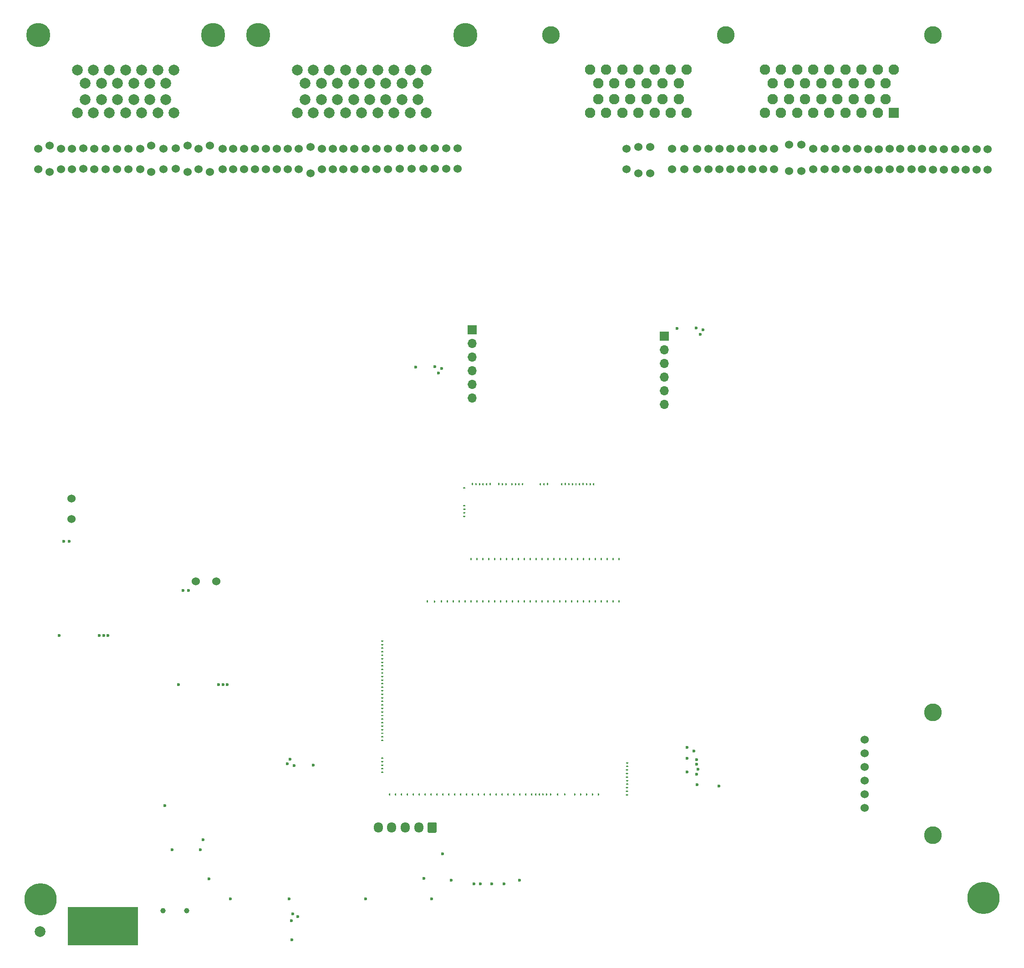
<source format=gbs>
G04 #@! TF.GenerationSoftware,KiCad,Pcbnew,(6.0.9)*
G04 #@! TF.CreationDate,2022-11-30T13:34:14+02:00*
G04 #@! TF.ProjectId,alphax_8ch,616c7068-6178-45f3-9863-682e6b696361,a*
G04 #@! TF.SameCoordinates,PX141f5e0PYa2cace0*
G04 #@! TF.FileFunction,Soldermask,Bot*
G04 #@! TF.FilePolarity,Negative*
%FSLAX46Y46*%
G04 Gerber Fmt 4.6, Leading zero omitted, Abs format (unit mm)*
G04 Created by KiCad (PCBNEW (6.0.9)) date 2022-11-30 13:34:15*
%MOMM*%
%LPD*%
G01*
G04 APERTURE LIST*
%ADD10C,0.120000*%
%ADD11C,0.599999*%
%ADD12C,1.524000*%
%ADD13C,4.500000*%
%ADD14C,2.000000*%
%ADD15C,6.000000*%
%ADD16C,1.000000*%
%ADD17R,1.700000X1.700000*%
%ADD18O,1.700000X1.700000*%
%ADD19C,3.300000*%
%ADD20R,1.950000X1.950000*%
%ADD21C,1.950000*%
%ADD22O,1.700000X1.950000*%
%ADD23C,3.302000*%
G04 APERTURE END LIST*
G04 #@! TO.C,U4*
G36*
X22850000Y200000D02*
G01*
X9850000Y200000D01*
X9850000Y7200000D01*
X22850000Y7200000D01*
X22850000Y200000D01*
G37*
D10*
X22850000Y200000D02*
X9850000Y200000D01*
X9850000Y7200000D01*
X22850000Y7200000D01*
X22850000Y200000D01*
G04 #@! TD*
D11*
G04 #@! TO.C,M4*
X126845111Y31896868D03*
X125010101Y32321876D03*
X127060109Y32871873D03*
X126845114Y33746832D03*
X126770107Y34596855D03*
X125010101Y34921871D03*
X126320101Y36221838D03*
X125010101Y36871855D03*
X130935116Y29696852D03*
X126860110Y29996854D03*
G04 #@! TD*
D12*
G04 #@! TO.C,R8*
X158700000Y144475000D03*
X158700000Y148285000D03*
G04 #@! TD*
D13*
G04 #@! TO.C,J22*
X4370000Y169500000D03*
X36870000Y169500000D03*
D14*
X29620000Y163000000D03*
X26620000Y163000000D03*
X23620000Y163000000D03*
X20620000Y163000000D03*
X17620000Y163000000D03*
X14620000Y163000000D03*
X11620000Y163000000D03*
X28120000Y160500000D03*
X25120000Y160500000D03*
X22120000Y160500000D03*
X19120000Y160500000D03*
X16120000Y160500000D03*
X13120000Y160500000D03*
X28120000Y157500000D03*
X25120000Y157500000D03*
X22120000Y157500000D03*
X19120000Y157500000D03*
X16120000Y157500000D03*
X13120000Y157500000D03*
X29620000Y155000000D03*
X26620000Y155000000D03*
X23620000Y155000000D03*
X20620000Y155000000D03*
X17620000Y155000000D03*
X14620000Y155000000D03*
X11620000Y155000000D03*
G04 #@! TD*
D12*
G04 #@! TO.C,R131*
X34175908Y144515760D03*
X34175908Y148325760D03*
G04 #@! TD*
G04 #@! TO.C,R93*
X27668000Y148365000D03*
X27668000Y144555000D03*
G04 #@! TD*
D15*
G04 #@! TO.C,J8*
X4803000Y8619000D03*
G04 #@! TD*
D12*
G04 #@! TO.C,R59*
X80260000Y148400021D03*
X80260000Y144590021D03*
G04 #@! TD*
G04 #@! TO.C,R9*
X154650000Y144495000D03*
X154650000Y148305000D03*
G04 #@! TD*
G04 #@! TO.C,R68*
X52814000Y144555000D03*
X52814000Y148365000D03*
G04 #@! TD*
G04 #@! TO.C,R100*
X148500000Y144505000D03*
X148500000Y148315000D03*
G04 #@! TD*
G04 #@! TO.C,R82*
X4350000Y148325000D03*
X4350000Y144515000D03*
G04 #@! TD*
G04 #@! TO.C,F4*
X146310000Y149060000D03*
X146310000Y144160000D03*
G04 #@! TD*
G04 #@! TO.C,R91*
X40622000Y144555000D03*
X40622000Y148365000D03*
G04 #@! TD*
G04 #@! TO.C,R112*
X10550000Y79387000D03*
X10550000Y83197000D03*
G04 #@! TD*
D11*
G04 #@! TO.C,M16*
X79577495Y17084820D03*
X81152509Y12179811D03*
X93856527Y12188874D03*
X85377499Y11509810D03*
X86552503Y11509810D03*
X88727497Y11509810D03*
X90952499Y11509810D03*
G04 #@! TD*
D12*
G04 #@! TO.C,F10*
X54970000Y148690000D03*
X54970000Y143790000D03*
G04 #@! TD*
G04 #@! TO.C,R11*
X156660000Y144525000D03*
X156660000Y148335000D03*
G04 #@! TD*
G04 #@! TO.C,R6*
X178920000Y144465000D03*
X178920000Y148275000D03*
G04 #@! TD*
G04 #@! TO.C,R60*
X67320000Y144555000D03*
X67320000Y148365000D03*
G04 #@! TD*
D16*
G04 #@! TO.C,J1*
X32000000Y6500000D03*
X27600000Y6500000D03*
G04 #@! TD*
D12*
G04 #@! TO.C,R36*
X135100000Y144555000D03*
X135100000Y148365000D03*
G04 #@! TD*
G04 #@! TO.C,R120*
X46718000Y144565000D03*
X46718000Y148375000D03*
G04 #@! TD*
G04 #@! TO.C,R66*
X8650000Y144565000D03*
X8650000Y148375000D03*
G04 #@! TD*
G04 #@! TO.C,R17*
X168760000Y144485000D03*
X168760000Y148295000D03*
G04 #@! TD*
G04 #@! TO.C,R111*
X57110000Y144555000D03*
X57110000Y148365000D03*
G04 #@! TD*
G04 #@! TO.C,R63*
X21180000Y144555000D03*
X21180000Y148365000D03*
G04 #@! TD*
G04 #@! TO.C,R74*
X44686000Y144555000D03*
X44686000Y148365000D03*
G04 #@! TD*
G04 #@! TO.C,R34*
X137110000Y144555000D03*
X137110000Y148365000D03*
G04 #@! TD*
G04 #@! TO.C,R70*
X63160000Y144535000D03*
X63160000Y148345000D03*
G04 #@! TD*
D11*
G04 #@! TO.C,M7*
X51750003Y5925001D03*
X52625005Y5400001D03*
X51450001Y4650003D03*
X51525004Y1100002D03*
G04 #@! TD*
G04 #@! TO.C,M6*
G36*
G01*
X68220504Y32403625D02*
X68470504Y32403625D01*
G75*
G02*
X68595504Y32278625I0J-125000D01*
G01*
X68595504Y32278625D01*
G75*
G02*
X68470504Y32153625I-125000J0D01*
G01*
X68220504Y32153625D01*
G75*
G02*
X68095504Y32278625I0J125000D01*
G01*
X68095504Y32278625D01*
G75*
G02*
X68220504Y32403625I125000J0D01*
G01*
G37*
G36*
G01*
X68470504Y32813623D02*
X68220504Y32813623D01*
G75*
G02*
X68095504Y32938623I0J125000D01*
G01*
X68095504Y32938623D01*
G75*
G02*
X68220504Y33063623I125000J0D01*
G01*
X68470504Y33063623D01*
G75*
G02*
X68595504Y32938623I0J-125000D01*
G01*
X68595504Y32938623D01*
G75*
G02*
X68470504Y32813623I-125000J0D01*
G01*
G37*
G36*
G01*
X68470504Y33473628D02*
X68220504Y33473628D01*
G75*
G02*
X68095504Y33598628I0J125000D01*
G01*
X68095504Y33598628D01*
G75*
G02*
X68220504Y33723628I125000J0D01*
G01*
X68470504Y33723628D01*
G75*
G02*
X68595504Y33598628I0J-125000D01*
G01*
X68595504Y33598628D01*
G75*
G02*
X68470504Y33473628I-125000J0D01*
G01*
G37*
G36*
G01*
X68470504Y34133623D02*
X68220504Y34133623D01*
G75*
G02*
X68095504Y34258623I0J125000D01*
G01*
X68095504Y34258623D01*
G75*
G02*
X68220504Y34383623I125000J0D01*
G01*
X68470504Y34383623D01*
G75*
G02*
X68595504Y34258623I0J-125000D01*
G01*
X68595504Y34258623D01*
G75*
G02*
X68470504Y34133623I-125000J0D01*
G01*
G37*
G36*
G01*
X68470504Y34793625D02*
X68220504Y34793625D01*
G75*
G02*
X68095504Y34918625I0J125000D01*
G01*
X68095504Y34918625D01*
G75*
G02*
X68220504Y35043625I125000J0D01*
G01*
X68470504Y35043625D01*
G75*
G02*
X68595504Y34918625I0J-125000D01*
G01*
X68595504Y34918625D01*
G75*
G02*
X68470504Y34793625I-125000J0D01*
G01*
G37*
G36*
G01*
X68470504Y38093626D02*
X68220504Y38093626D01*
G75*
G02*
X68095504Y38218626I0J125000D01*
G01*
X68095504Y38218626D01*
G75*
G02*
X68220504Y38343626I125000J0D01*
G01*
X68470504Y38343626D01*
G75*
G02*
X68595504Y38218626I0J-125000D01*
G01*
X68595504Y38218626D01*
G75*
G02*
X68470504Y38093626I-125000J0D01*
G01*
G37*
G36*
G01*
X68470504Y38753627D02*
X68220504Y38753627D01*
G75*
G02*
X68095504Y38878627I0J125000D01*
G01*
X68095504Y38878627D01*
G75*
G02*
X68220504Y39003627I125000J0D01*
G01*
X68470504Y39003627D01*
G75*
G02*
X68595504Y38878627I0J-125000D01*
G01*
X68595504Y38878627D01*
G75*
G02*
X68470504Y38753627I-125000J0D01*
G01*
G37*
G36*
G01*
X68470504Y39413629D02*
X68220504Y39413629D01*
G75*
G02*
X68095504Y39538629I0J125000D01*
G01*
X68095504Y39538629D01*
G75*
G02*
X68220504Y39663629I125000J0D01*
G01*
X68470504Y39663629D01*
G75*
G02*
X68595504Y39538629I0J-125000D01*
G01*
X68595504Y39538629D01*
G75*
G02*
X68470504Y39413629I-125000J0D01*
G01*
G37*
G36*
G01*
X68470504Y40073627D02*
X68220504Y40073627D01*
G75*
G02*
X68095504Y40198627I0J125000D01*
G01*
X68095504Y40198627D01*
G75*
G02*
X68220504Y40323627I125000J0D01*
G01*
X68470504Y40323627D01*
G75*
G02*
X68595504Y40198627I0J-125000D01*
G01*
X68595504Y40198627D01*
G75*
G02*
X68470504Y40073627I-125000J0D01*
G01*
G37*
G36*
G01*
X68470504Y40733629D02*
X68220504Y40733629D01*
G75*
G02*
X68095504Y40858629I0J125000D01*
G01*
X68095504Y40858629D01*
G75*
G02*
X68220504Y40983629I125000J0D01*
G01*
X68470504Y40983629D01*
G75*
G02*
X68595504Y40858629I0J-125000D01*
G01*
X68595504Y40858629D01*
G75*
G02*
X68470504Y40733629I-125000J0D01*
G01*
G37*
G36*
G01*
X68470504Y41393627D02*
X68220504Y41393627D01*
G75*
G02*
X68095504Y41518627I0J125000D01*
G01*
X68095504Y41518627D01*
G75*
G02*
X68220504Y41643627I125000J0D01*
G01*
X68470504Y41643627D01*
G75*
G02*
X68595504Y41518627I0J-125000D01*
G01*
X68595504Y41518627D01*
G75*
G02*
X68470504Y41393627I-125000J0D01*
G01*
G37*
G36*
G01*
X68470504Y42053628D02*
X68220504Y42053628D01*
G75*
G02*
X68095504Y42178628I0J125000D01*
G01*
X68095504Y42178628D01*
G75*
G02*
X68220504Y42303628I125000J0D01*
G01*
X68470504Y42303628D01*
G75*
G02*
X68595504Y42178628I0J-125000D01*
G01*
X68595504Y42178628D01*
G75*
G02*
X68470504Y42053628I-125000J0D01*
G01*
G37*
G36*
G01*
X68470504Y42713627D02*
X68220504Y42713627D01*
G75*
G02*
X68095504Y42838627I0J125000D01*
G01*
X68095504Y42838627D01*
G75*
G02*
X68220504Y42963627I125000J0D01*
G01*
X68470504Y42963627D01*
G75*
G02*
X68595504Y42838627I0J-125000D01*
G01*
X68595504Y42838627D01*
G75*
G02*
X68470504Y42713627I-125000J0D01*
G01*
G37*
G36*
G01*
X68470504Y43373628D02*
X68220504Y43373628D01*
G75*
G02*
X68095504Y43498628I0J125000D01*
G01*
X68095504Y43498628D01*
G75*
G02*
X68220504Y43623628I125000J0D01*
G01*
X68470504Y43623628D01*
G75*
G02*
X68595504Y43498628I0J-125000D01*
G01*
X68595504Y43498628D01*
G75*
G02*
X68470504Y43373628I-125000J0D01*
G01*
G37*
G36*
G01*
X68470504Y44033627D02*
X68220504Y44033627D01*
G75*
G02*
X68095504Y44158627I0J125000D01*
G01*
X68095504Y44158627D01*
G75*
G02*
X68220504Y44283627I125000J0D01*
G01*
X68470504Y44283627D01*
G75*
G02*
X68595504Y44158627I0J-125000D01*
G01*
X68595504Y44158627D01*
G75*
G02*
X68470504Y44033627I-125000J0D01*
G01*
G37*
G36*
G01*
X68470504Y44693628D02*
X68220504Y44693628D01*
G75*
G02*
X68095504Y44818628I0J125000D01*
G01*
X68095504Y44818628D01*
G75*
G02*
X68220504Y44943628I125000J0D01*
G01*
X68470504Y44943628D01*
G75*
G02*
X68595504Y44818628I0J-125000D01*
G01*
X68595504Y44818628D01*
G75*
G02*
X68470504Y44693628I-125000J0D01*
G01*
G37*
G36*
G01*
X68470504Y45353627D02*
X68220504Y45353627D01*
G75*
G02*
X68095504Y45478627I0J125000D01*
G01*
X68095504Y45478627D01*
G75*
G02*
X68220504Y45603627I125000J0D01*
G01*
X68470504Y45603627D01*
G75*
G02*
X68595504Y45478627I0J-125000D01*
G01*
X68595504Y45478627D01*
G75*
G02*
X68470504Y45353627I-125000J0D01*
G01*
G37*
G36*
G01*
X68470504Y46013628D02*
X68220504Y46013628D01*
G75*
G02*
X68095504Y46138628I0J125000D01*
G01*
X68095504Y46138628D01*
G75*
G02*
X68220504Y46263628I125000J0D01*
G01*
X68470504Y46263628D01*
G75*
G02*
X68595504Y46138628I0J-125000D01*
G01*
X68595504Y46138628D01*
G75*
G02*
X68470504Y46013628I-125000J0D01*
G01*
G37*
G36*
G01*
X68470504Y46673627D02*
X68220504Y46673627D01*
G75*
G02*
X68095504Y46798627I0J125000D01*
G01*
X68095504Y46798627D01*
G75*
G02*
X68220504Y46923627I125000J0D01*
G01*
X68470504Y46923627D01*
G75*
G02*
X68595504Y46798627I0J-125000D01*
G01*
X68595504Y46798627D01*
G75*
G02*
X68470504Y46673627I-125000J0D01*
G01*
G37*
G36*
G01*
X68470504Y47333628D02*
X68220504Y47333628D01*
G75*
G02*
X68095504Y47458628I0J125000D01*
G01*
X68095504Y47458628D01*
G75*
G02*
X68220504Y47583628I125000J0D01*
G01*
X68470504Y47583628D01*
G75*
G02*
X68595504Y47458628I0J-125000D01*
G01*
X68595504Y47458628D01*
G75*
G02*
X68470504Y47333628I-125000J0D01*
G01*
G37*
G36*
G01*
X68470504Y47993627D02*
X68220504Y47993627D01*
G75*
G02*
X68095504Y48118627I0J125000D01*
G01*
X68095504Y48118627D01*
G75*
G02*
X68220504Y48243627I125000J0D01*
G01*
X68470504Y48243627D01*
G75*
G02*
X68595504Y48118627I0J-125000D01*
G01*
X68595504Y48118627D01*
G75*
G02*
X68470504Y47993627I-125000J0D01*
G01*
G37*
G36*
G01*
X68470504Y48653628D02*
X68220504Y48653628D01*
G75*
G02*
X68095504Y48778628I0J125000D01*
G01*
X68095504Y48778628D01*
G75*
G02*
X68220504Y48903628I125000J0D01*
G01*
X68470504Y48903628D01*
G75*
G02*
X68595504Y48778628I0J-125000D01*
G01*
X68595504Y48778628D01*
G75*
G02*
X68470504Y48653628I-125000J0D01*
G01*
G37*
G36*
G01*
X68470504Y49313627D02*
X68220504Y49313627D01*
G75*
G02*
X68095504Y49438627I0J125000D01*
G01*
X68095504Y49438627D01*
G75*
G02*
X68220504Y49563627I125000J0D01*
G01*
X68470504Y49563627D01*
G75*
G02*
X68595504Y49438627I0J-125000D01*
G01*
X68595504Y49438627D01*
G75*
G02*
X68470504Y49313627I-125000J0D01*
G01*
G37*
G36*
G01*
X68470504Y49973628D02*
X68220504Y49973628D01*
G75*
G02*
X68095504Y50098628I0J125000D01*
G01*
X68095504Y50098628D01*
G75*
G02*
X68220504Y50223628I125000J0D01*
G01*
X68470504Y50223628D01*
G75*
G02*
X68595504Y50098628I0J-125000D01*
G01*
X68595504Y50098628D01*
G75*
G02*
X68470504Y49973628I-125000J0D01*
G01*
G37*
G36*
G01*
X68470504Y50633627D02*
X68220504Y50633627D01*
G75*
G02*
X68095504Y50758627I0J125000D01*
G01*
X68095504Y50758627D01*
G75*
G02*
X68220504Y50883627I125000J0D01*
G01*
X68470504Y50883627D01*
G75*
G02*
X68595504Y50758627I0J-125000D01*
G01*
X68595504Y50758627D01*
G75*
G02*
X68470504Y50633627I-125000J0D01*
G01*
G37*
G36*
G01*
X68470504Y51293628D02*
X68220504Y51293628D01*
G75*
G02*
X68095504Y51418628I0J125000D01*
G01*
X68095504Y51418628D01*
G75*
G02*
X68220504Y51543628I125000J0D01*
G01*
X68470504Y51543628D01*
G75*
G02*
X68595504Y51418628I0J-125000D01*
G01*
X68595504Y51418628D01*
G75*
G02*
X68470504Y51293628I-125000J0D01*
G01*
G37*
G36*
G01*
X68470504Y51953626D02*
X68220504Y51953626D01*
G75*
G02*
X68095504Y52078626I0J125000D01*
G01*
X68095504Y52078626D01*
G75*
G02*
X68220504Y52203626I125000J0D01*
G01*
X68470504Y52203626D01*
G75*
G02*
X68595504Y52078626I0J-125000D01*
G01*
X68595504Y52078626D01*
G75*
G02*
X68470504Y51953626I-125000J0D01*
G01*
G37*
G36*
G01*
X68470504Y52613628D02*
X68220504Y52613628D01*
G75*
G02*
X68095504Y52738628I0J125000D01*
G01*
X68095504Y52738628D01*
G75*
G02*
X68220504Y52863628I125000J0D01*
G01*
X68470504Y52863628D01*
G75*
G02*
X68595504Y52738628I0J-125000D01*
G01*
X68595504Y52738628D01*
G75*
G02*
X68470504Y52613628I-125000J0D01*
G01*
G37*
G36*
G01*
X68470504Y53273626D02*
X68220504Y53273626D01*
G75*
G02*
X68095504Y53398626I0J125000D01*
G01*
X68095504Y53398626D01*
G75*
G02*
X68220504Y53523626I125000J0D01*
G01*
X68470504Y53523626D01*
G75*
G02*
X68595504Y53398626I0J-125000D01*
G01*
X68595504Y53398626D01*
G75*
G02*
X68470504Y53273626I-125000J0D01*
G01*
G37*
G36*
G01*
X68470504Y53933628D02*
X68220504Y53933628D01*
G75*
G02*
X68095504Y54058628I0J125000D01*
G01*
X68095504Y54058628D01*
G75*
G02*
X68220504Y54183628I125000J0D01*
G01*
X68470504Y54183628D01*
G75*
G02*
X68595504Y54058628I0J-125000D01*
G01*
X68595504Y54058628D01*
G75*
G02*
X68470504Y53933628I-125000J0D01*
G01*
G37*
G36*
G01*
X68470504Y54593626D02*
X68220504Y54593626D01*
G75*
G02*
X68095504Y54718626I0J125000D01*
G01*
X68095504Y54718626D01*
G75*
G02*
X68220504Y54843626I125000J0D01*
G01*
X68470504Y54843626D01*
G75*
G02*
X68595504Y54718626I0J-125000D01*
G01*
X68595504Y54718626D01*
G75*
G02*
X68470504Y54593626I-125000J0D01*
G01*
G37*
G36*
G01*
X68470504Y55253627D02*
X68220504Y55253627D01*
G75*
G02*
X68095504Y55378627I0J125000D01*
G01*
X68095504Y55378627D01*
G75*
G02*
X68220504Y55503627I125000J0D01*
G01*
X68470504Y55503627D01*
G75*
G02*
X68595504Y55378627I0J-125000D01*
G01*
X68595504Y55378627D01*
G75*
G02*
X68470504Y55253627I-125000J0D01*
G01*
G37*
G36*
G01*
X68470504Y55913626D02*
X68220504Y55913626D01*
G75*
G02*
X68095504Y56038626I0J125000D01*
G01*
X68095504Y56038626D01*
G75*
G02*
X68220504Y56163626I125000J0D01*
G01*
X68470504Y56163626D01*
G75*
G02*
X68595504Y56038626I0J-125000D01*
G01*
X68595504Y56038626D01*
G75*
G02*
X68470504Y55913626I-125000J0D01*
G01*
G37*
G36*
G01*
X68470504Y56573627D02*
X68220504Y56573627D01*
G75*
G02*
X68095504Y56698627I0J125000D01*
G01*
X68095504Y56698627D01*
G75*
G02*
X68220504Y56823627I125000J0D01*
G01*
X68470504Y56823627D01*
G75*
G02*
X68595504Y56698627I0J-125000D01*
G01*
X68595504Y56698627D01*
G75*
G02*
X68470504Y56573627I-125000J0D01*
G01*
G37*
G36*
G01*
X102167502Y28026623D02*
X102167502Y28276623D01*
G75*
G02*
X102292502Y28401623I125000J0D01*
G01*
X102292502Y28401623D01*
G75*
G02*
X102417502Y28276623I0J-125000D01*
G01*
X102417502Y28026623D01*
G75*
G02*
X102292502Y27901623I-125000J0D01*
G01*
X102292502Y27901623D01*
G75*
G02*
X102167502Y28026623I0J125000D01*
G01*
G37*
G36*
G01*
X101097500Y28276623D02*
X101097500Y28026623D01*
G75*
G02*
X100972500Y27901623I-125000J0D01*
G01*
X100972500Y27901623D01*
G75*
G02*
X100847500Y28026623I0J125000D01*
G01*
X100847500Y28276623D01*
G75*
G02*
X100972500Y28401623I125000J0D01*
G01*
X100972500Y28401623D01*
G75*
G02*
X101097500Y28276623I0J-125000D01*
G01*
G37*
G36*
G01*
X99777497Y28276623D02*
X99777497Y28026623D01*
G75*
G02*
X99652497Y27901623I-125000J0D01*
G01*
X99652497Y27901623D01*
G75*
G02*
X99527497Y28026623I0J125000D01*
G01*
X99527497Y28276623D01*
G75*
G02*
X99652497Y28401623I125000J0D01*
G01*
X99652497Y28401623D01*
G75*
G02*
X99777497Y28276623I0J-125000D01*
G01*
G37*
G36*
G01*
X99017499Y28276623D02*
X99017499Y28026623D01*
G75*
G02*
X98892499Y27901623I-125000J0D01*
G01*
X98892499Y27901623D01*
G75*
G02*
X98767499Y28026623I0J125000D01*
G01*
X98767499Y28276623D01*
G75*
G02*
X98892499Y28401623I125000J0D01*
G01*
X98892499Y28401623D01*
G75*
G02*
X99017499Y28276623I0J-125000D01*
G01*
G37*
G36*
G01*
X98352496Y28276623D02*
X98352496Y28026623D01*
G75*
G02*
X98227496Y27901623I-125000J0D01*
G01*
X98227496Y27901623D01*
G75*
G02*
X98102496Y28026623I0J125000D01*
G01*
X98102496Y28276623D01*
G75*
G02*
X98227496Y28401623I125000J0D01*
G01*
X98227496Y28401623D01*
G75*
G02*
X98352496Y28276623I0J-125000D01*
G01*
G37*
G36*
G01*
X97687494Y28276623D02*
X97687494Y28026623D01*
G75*
G02*
X97562494Y27901623I-125000J0D01*
G01*
X97562494Y27901623D01*
G75*
G02*
X97437494Y28026623I0J125000D01*
G01*
X97437494Y28276623D01*
G75*
G02*
X97562494Y28401623I125000J0D01*
G01*
X97562494Y28401623D01*
G75*
G02*
X97687494Y28276623I0J-125000D01*
G01*
G37*
G36*
G01*
X97022504Y28276623D02*
X97022504Y28026623D01*
G75*
G02*
X96897504Y27901623I-125000J0D01*
G01*
X96897504Y27901623D01*
G75*
G02*
X96772504Y28026623I0J125000D01*
G01*
X96772504Y28276623D01*
G75*
G02*
X96897504Y28401623I125000J0D01*
G01*
X96897504Y28401623D01*
G75*
G02*
X97022504Y28276623I0J-125000D01*
G01*
G37*
G36*
G01*
X96247504Y28276623D02*
X96247504Y28026623D01*
G75*
G02*
X96122504Y27901623I-125000J0D01*
G01*
X96122504Y27901623D01*
G75*
G02*
X95997504Y28026623I0J125000D01*
G01*
X95997504Y28276623D01*
G75*
G02*
X96122504Y28401623I125000J0D01*
G01*
X96122504Y28401623D01*
G75*
G02*
X96247504Y28276623I0J-125000D01*
G01*
G37*
G36*
G01*
X95147506Y28276623D02*
X95147506Y28026623D01*
G75*
G02*
X95022506Y27901623I-125000J0D01*
G01*
X95022506Y27901623D01*
G75*
G02*
X94897506Y28026623I0J125000D01*
G01*
X94897506Y28276623D01*
G75*
G02*
X95022506Y28401623I125000J0D01*
G01*
X95022506Y28401623D01*
G75*
G02*
X95147506Y28276623I0J-125000D01*
G01*
G37*
G36*
G01*
X94047509Y28276623D02*
X94047509Y28026623D01*
G75*
G02*
X93922509Y27901623I-125000J0D01*
G01*
X93922509Y27901623D01*
G75*
G02*
X93797509Y28026623I0J125000D01*
G01*
X93797509Y28276623D01*
G75*
G02*
X93922509Y28401623I125000J0D01*
G01*
X93922509Y28401623D01*
G75*
G02*
X94047509Y28276623I0J-125000D01*
G01*
G37*
G36*
G01*
X92947511Y28276623D02*
X92947511Y28026623D01*
G75*
G02*
X92822511Y27901623I-125000J0D01*
G01*
X92822511Y27901623D01*
G75*
G02*
X92697511Y28026623I0J125000D01*
G01*
X92697511Y28276623D01*
G75*
G02*
X92822511Y28401623I125000J0D01*
G01*
X92822511Y28401623D01*
G75*
G02*
X92947511Y28276623I0J-125000D01*
G01*
G37*
G36*
G01*
X91847513Y28276623D02*
X91847513Y28026623D01*
G75*
G02*
X91722513Y27901623I-125000J0D01*
G01*
X91722513Y27901623D01*
G75*
G02*
X91597513Y28026623I0J125000D01*
G01*
X91597513Y28276623D01*
G75*
G02*
X91722513Y28401623I125000J0D01*
G01*
X91722513Y28401623D01*
G75*
G02*
X91847513Y28276623I0J-125000D01*
G01*
G37*
G36*
G01*
X90747515Y28276623D02*
X90747515Y28026623D01*
G75*
G02*
X90622515Y27901623I-125000J0D01*
G01*
X90622515Y27901623D01*
G75*
G02*
X90497515Y28026623I0J125000D01*
G01*
X90497515Y28276623D01*
G75*
G02*
X90622515Y28401623I125000J0D01*
G01*
X90622515Y28401623D01*
G75*
G02*
X90747515Y28276623I0J-125000D01*
G01*
G37*
G36*
G01*
X89647517Y28276623D02*
X89647517Y28026623D01*
G75*
G02*
X89522517Y27901623I-125000J0D01*
G01*
X89522517Y27901623D01*
G75*
G02*
X89397517Y28026623I0J125000D01*
G01*
X89397517Y28276623D01*
G75*
G02*
X89522517Y28401623I125000J0D01*
G01*
X89522517Y28401623D01*
G75*
G02*
X89647517Y28276623I0J-125000D01*
G01*
G37*
G36*
G01*
X88547520Y28276623D02*
X88547520Y28026623D01*
G75*
G02*
X88422520Y27901623I-125000J0D01*
G01*
X88422520Y27901623D01*
G75*
G02*
X88297520Y28026623I0J125000D01*
G01*
X88297520Y28276623D01*
G75*
G02*
X88422520Y28401623I125000J0D01*
G01*
X88422520Y28401623D01*
G75*
G02*
X88547520Y28276623I0J-125000D01*
G01*
G37*
G36*
G01*
X87447522Y28276623D02*
X87447522Y28026623D01*
G75*
G02*
X87322522Y27901623I-125000J0D01*
G01*
X87322522Y27901623D01*
G75*
G02*
X87197522Y28026623I0J125000D01*
G01*
X87197522Y28276623D01*
G75*
G02*
X87322522Y28401623I125000J0D01*
G01*
X87322522Y28401623D01*
G75*
G02*
X87447522Y28276623I0J-125000D01*
G01*
G37*
G36*
G01*
X86347524Y28276623D02*
X86347524Y28026623D01*
G75*
G02*
X86222524Y27901623I-125000J0D01*
G01*
X86222524Y27901623D01*
G75*
G02*
X86097524Y28026623I0J125000D01*
G01*
X86097524Y28276623D01*
G75*
G02*
X86222524Y28401623I125000J0D01*
G01*
X86222524Y28401623D01*
G75*
G02*
X86347524Y28276623I0J-125000D01*
G01*
G37*
G36*
G01*
X85247526Y28276623D02*
X85247526Y28026623D01*
G75*
G02*
X85122526Y27901623I-125000J0D01*
G01*
X85122526Y27901623D01*
G75*
G02*
X84997526Y28026623I0J125000D01*
G01*
X84997526Y28276623D01*
G75*
G02*
X85122526Y28401623I125000J0D01*
G01*
X85122526Y28401623D01*
G75*
G02*
X85247526Y28276623I0J-125000D01*
G01*
G37*
G36*
G01*
X84147528Y28276623D02*
X84147528Y28026623D01*
G75*
G02*
X84022528Y27901623I-125000J0D01*
G01*
X84022528Y27901623D01*
G75*
G02*
X83897528Y28026623I0J125000D01*
G01*
X83897528Y28276623D01*
G75*
G02*
X84022528Y28401623I125000J0D01*
G01*
X84022528Y28401623D01*
G75*
G02*
X84147528Y28276623I0J-125000D01*
G01*
G37*
G36*
G01*
X83047531Y28276623D02*
X83047531Y28026623D01*
G75*
G02*
X82922531Y27901623I-125000J0D01*
G01*
X82922531Y27901623D01*
G75*
G02*
X82797531Y28026623I0J125000D01*
G01*
X82797531Y28276623D01*
G75*
G02*
X82922531Y28401623I125000J0D01*
G01*
X82922531Y28401623D01*
G75*
G02*
X83047531Y28276623I0J-125000D01*
G01*
G37*
G36*
G01*
X81947533Y28276623D02*
X81947533Y28026623D01*
G75*
G02*
X81822533Y27901623I-125000J0D01*
G01*
X81822533Y27901623D01*
G75*
G02*
X81697533Y28026623I0J125000D01*
G01*
X81697533Y28276623D01*
G75*
G02*
X81822533Y28401623I125000J0D01*
G01*
X81822533Y28401623D01*
G75*
G02*
X81947533Y28276623I0J-125000D01*
G01*
G37*
G36*
G01*
X80847535Y28276623D02*
X80847535Y28026623D01*
G75*
G02*
X80722535Y27901623I-125000J0D01*
G01*
X80722535Y27901623D01*
G75*
G02*
X80597535Y28026623I0J125000D01*
G01*
X80597535Y28276623D01*
G75*
G02*
X80722535Y28401623I125000J0D01*
G01*
X80722535Y28401623D01*
G75*
G02*
X80847535Y28276623I0J-125000D01*
G01*
G37*
G36*
G01*
X79747537Y28276623D02*
X79747537Y28026623D01*
G75*
G02*
X79622537Y27901623I-125000J0D01*
G01*
X79622537Y27901623D01*
G75*
G02*
X79497537Y28026623I0J125000D01*
G01*
X79497537Y28276623D01*
G75*
G02*
X79622537Y28401623I125000J0D01*
G01*
X79622537Y28401623D01*
G75*
G02*
X79747537Y28276623I0J-125000D01*
G01*
G37*
G36*
G01*
X78647539Y28276623D02*
X78647539Y28026623D01*
G75*
G02*
X78522539Y27901623I-125000J0D01*
G01*
X78522539Y27901623D01*
G75*
G02*
X78397539Y28026623I0J125000D01*
G01*
X78397539Y28276623D01*
G75*
G02*
X78522539Y28401623I125000J0D01*
G01*
X78522539Y28401623D01*
G75*
G02*
X78647539Y28276623I0J-125000D01*
G01*
G37*
G36*
G01*
X77547542Y28276623D02*
X77547542Y28026623D01*
G75*
G02*
X77422542Y27901623I-125000J0D01*
G01*
X77422542Y27901623D01*
G75*
G02*
X77297542Y28026623I0J125000D01*
G01*
X77297542Y28276623D01*
G75*
G02*
X77422542Y28401623I125000J0D01*
G01*
X77422542Y28401623D01*
G75*
G02*
X77547542Y28276623I0J-125000D01*
G01*
G37*
G36*
G01*
X76447544Y28276623D02*
X76447544Y28026623D01*
G75*
G02*
X76322544Y27901623I-125000J0D01*
G01*
X76322544Y27901623D01*
G75*
G02*
X76197544Y28026623I0J125000D01*
G01*
X76197544Y28276623D01*
G75*
G02*
X76322544Y28401623I125000J0D01*
G01*
X76322544Y28401623D01*
G75*
G02*
X76447544Y28276623I0J-125000D01*
G01*
G37*
G36*
G01*
X75347546Y28276623D02*
X75347546Y28026623D01*
G75*
G02*
X75222546Y27901623I-125000J0D01*
G01*
X75222546Y27901623D01*
G75*
G02*
X75097546Y28026623I0J125000D01*
G01*
X75097546Y28276623D01*
G75*
G02*
X75222546Y28401623I125000J0D01*
G01*
X75222546Y28401623D01*
G75*
G02*
X75347546Y28276623I0J-125000D01*
G01*
G37*
G36*
G01*
X74247548Y28276623D02*
X74247548Y28026623D01*
G75*
G02*
X74122548Y27901623I-125000J0D01*
G01*
X74122548Y27901623D01*
G75*
G02*
X73997548Y28026623I0J125000D01*
G01*
X73997548Y28276623D01*
G75*
G02*
X74122548Y28401623I125000J0D01*
G01*
X74122548Y28401623D01*
G75*
G02*
X74247548Y28276623I0J-125000D01*
G01*
G37*
G36*
G01*
X73147550Y28276623D02*
X73147550Y28026623D01*
G75*
G02*
X73022550Y27901623I-125000J0D01*
G01*
X73022550Y27901623D01*
G75*
G02*
X72897550Y28026623I0J125000D01*
G01*
X72897550Y28276623D01*
G75*
G02*
X73022550Y28401623I125000J0D01*
G01*
X73022550Y28401623D01*
G75*
G02*
X73147550Y28276623I0J-125000D01*
G01*
G37*
G36*
G01*
X72047553Y28276623D02*
X72047553Y28026623D01*
G75*
G02*
X71922553Y27901623I-125000J0D01*
G01*
X71922553Y27901623D01*
G75*
G02*
X71797553Y28026623I0J125000D01*
G01*
X71797553Y28276623D01*
G75*
G02*
X71922553Y28401623I125000J0D01*
G01*
X71922553Y28401623D01*
G75*
G02*
X72047553Y28276623I0J-125000D01*
G01*
G37*
G36*
G01*
X70947555Y28276623D02*
X70947555Y28026623D01*
G75*
G02*
X70822555Y27901623I-125000J0D01*
G01*
X70822555Y27901623D01*
G75*
G02*
X70697555Y28026623I0J125000D01*
G01*
X70697555Y28276623D01*
G75*
G02*
X70822555Y28401623I125000J0D01*
G01*
X70822555Y28401623D01*
G75*
G02*
X70947555Y28276623I0J-125000D01*
G01*
G37*
G36*
G01*
X69847557Y28276623D02*
X69847557Y28026623D01*
G75*
G02*
X69722557Y27901623I-125000J0D01*
G01*
X69722557Y27901623D01*
G75*
G02*
X69597557Y28026623I0J125000D01*
G01*
X69597557Y28276623D01*
G75*
G02*
X69722557Y28401623I125000J0D01*
G01*
X69722557Y28401623D01*
G75*
G02*
X69847557Y28276623I0J-125000D01*
G01*
G37*
G36*
G01*
X108677489Y28276623D02*
X108677489Y28026623D01*
G75*
G02*
X108552489Y27901623I-125000J0D01*
G01*
X108552489Y27901623D01*
G75*
G02*
X108427489Y28026623I0J125000D01*
G01*
X108427489Y28276623D01*
G75*
G02*
X108552489Y28401623I125000J0D01*
G01*
X108552489Y28401623D01*
G75*
G02*
X108677489Y28276623I0J-125000D01*
G01*
G37*
G36*
G01*
X107577492Y28276623D02*
X107577492Y28026623D01*
G75*
G02*
X107452492Y27901623I-125000J0D01*
G01*
X107452492Y27901623D01*
G75*
G02*
X107327492Y28026623I0J125000D01*
G01*
X107327492Y28276623D01*
G75*
G02*
X107452492Y28401623I125000J0D01*
G01*
X107452492Y28401623D01*
G75*
G02*
X107577492Y28276623I0J-125000D01*
G01*
G37*
G36*
G01*
X106477494Y28276623D02*
X106477494Y28026623D01*
G75*
G02*
X106352494Y27901623I-125000J0D01*
G01*
X106352494Y27901623D01*
G75*
G02*
X106227494Y28026623I0J125000D01*
G01*
X106227494Y28276623D01*
G75*
G02*
X106352494Y28401623I125000J0D01*
G01*
X106352494Y28401623D01*
G75*
G02*
X106477494Y28276623I0J-125000D01*
G01*
G37*
G36*
G01*
X105377496Y28276623D02*
X105377496Y28026623D01*
G75*
G02*
X105252496Y27901623I-125000J0D01*
G01*
X105252496Y27901623D01*
G75*
G02*
X105127496Y28026623I0J125000D01*
G01*
X105127496Y28276623D01*
G75*
G02*
X105252496Y28401623I125000J0D01*
G01*
X105252496Y28401623D01*
G75*
G02*
X105377496Y28276623I0J-125000D01*
G01*
G37*
G36*
G01*
X104277498Y28276623D02*
X104277498Y28026623D01*
G75*
G02*
X104152498Y27901623I-125000J0D01*
G01*
X104152498Y27901623D01*
G75*
G02*
X104027498Y28026623I0J125000D01*
G01*
X104027498Y28276623D01*
G75*
G02*
X104152498Y28401623I125000J0D01*
G01*
X104152498Y28401623D01*
G75*
G02*
X104277498Y28276623I0J-125000D01*
G01*
G37*
G36*
G01*
X76847500Y64205623D02*
X76847500Y63955623D01*
G75*
G02*
X76722500Y63830623I-125000J0D01*
G01*
X76722500Y63830623D01*
G75*
G02*
X76597500Y63955623I0J125000D01*
G01*
X76597500Y64205623D01*
G75*
G02*
X76722500Y64330623I125000J0D01*
G01*
X76722500Y64330623D01*
G75*
G02*
X76847500Y64205623I0J-125000D01*
G01*
G37*
G36*
G01*
X77917502Y63955623D02*
X77917502Y64205623D01*
G75*
G02*
X78042502Y64330623I125000J0D01*
G01*
X78042502Y64330623D01*
G75*
G02*
X78167502Y64205623I0J-125000D01*
G01*
X78167502Y63955623D01*
G75*
G02*
X78042502Y63830623I-125000J0D01*
G01*
X78042502Y63830623D01*
G75*
G02*
X77917502Y63955623I0J125000D01*
G01*
G37*
G36*
G01*
X79237505Y63955623D02*
X79237505Y64205623D01*
G75*
G02*
X79362505Y64330623I125000J0D01*
G01*
X79362505Y64330623D01*
G75*
G02*
X79487505Y64205623I0J-125000D01*
G01*
X79487505Y63955623D01*
G75*
G02*
X79362505Y63830623I-125000J0D01*
G01*
X79362505Y63830623D01*
G75*
G02*
X79237505Y63955623I0J125000D01*
G01*
G37*
G36*
G01*
X80337502Y63955623D02*
X80337502Y64205623D01*
G75*
G02*
X80462502Y64330623I125000J0D01*
G01*
X80462502Y64330623D01*
G75*
G02*
X80587502Y64205623I0J-125000D01*
G01*
X80587502Y63955623D01*
G75*
G02*
X80462502Y63830623I-125000J0D01*
G01*
X80462502Y63830623D01*
G75*
G02*
X80337502Y63955623I0J125000D01*
G01*
G37*
G36*
G01*
X81437500Y63955623D02*
X81437500Y64205623D01*
G75*
G02*
X81562500Y64330623I125000J0D01*
G01*
X81562500Y64330623D01*
G75*
G02*
X81687500Y64205623I0J-125000D01*
G01*
X81687500Y63955623D01*
G75*
G02*
X81562500Y63830623I-125000J0D01*
G01*
X81562500Y63830623D01*
G75*
G02*
X81437500Y63955623I0J125000D01*
G01*
G37*
G36*
G01*
X82537498Y63955623D02*
X82537498Y64205623D01*
G75*
G02*
X82662498Y64330623I125000J0D01*
G01*
X82662498Y64330623D01*
G75*
G02*
X82787498Y64205623I0J-125000D01*
G01*
X82787498Y63955623D01*
G75*
G02*
X82662498Y63830623I-125000J0D01*
G01*
X82662498Y63830623D01*
G75*
G02*
X82537498Y63955623I0J125000D01*
G01*
G37*
G36*
G01*
X83637496Y63955623D02*
X83637496Y64205623D01*
G75*
G02*
X83762496Y64330623I125000J0D01*
G01*
X83762496Y64330623D01*
G75*
G02*
X83887496Y64205623I0J-125000D01*
G01*
X83887496Y63955623D01*
G75*
G02*
X83762496Y63830623I-125000J0D01*
G01*
X83762496Y63830623D01*
G75*
G02*
X83637496Y63955623I0J125000D01*
G01*
G37*
G36*
G01*
X84737494Y63955623D02*
X84737494Y64205623D01*
G75*
G02*
X84862494Y64330623I125000J0D01*
G01*
X84862494Y64330623D01*
G75*
G02*
X84987494Y64205623I0J-125000D01*
G01*
X84987494Y63955623D01*
G75*
G02*
X84862494Y63830623I-125000J0D01*
G01*
X84862494Y63830623D01*
G75*
G02*
X84737494Y63955623I0J125000D01*
G01*
G37*
G36*
G01*
X85837491Y63955623D02*
X85837491Y64205623D01*
G75*
G02*
X85962491Y64330623I125000J0D01*
G01*
X85962491Y64330623D01*
G75*
G02*
X86087491Y64205623I0J-125000D01*
G01*
X86087491Y63955623D01*
G75*
G02*
X85962491Y63830623I-125000J0D01*
G01*
X85962491Y63830623D01*
G75*
G02*
X85837491Y63955623I0J125000D01*
G01*
G37*
G36*
G01*
X86937489Y63955623D02*
X86937489Y64205623D01*
G75*
G02*
X87062489Y64330623I125000J0D01*
G01*
X87062489Y64330623D01*
G75*
G02*
X87187489Y64205623I0J-125000D01*
G01*
X87187489Y63955623D01*
G75*
G02*
X87062489Y63830623I-125000J0D01*
G01*
X87062489Y63830623D01*
G75*
G02*
X86937489Y63955623I0J125000D01*
G01*
G37*
G36*
G01*
X88037487Y63955623D02*
X88037487Y64205623D01*
G75*
G02*
X88162487Y64330623I125000J0D01*
G01*
X88162487Y64330623D01*
G75*
G02*
X88287487Y64205623I0J-125000D01*
G01*
X88287487Y63955623D01*
G75*
G02*
X88162487Y63830623I-125000J0D01*
G01*
X88162487Y63830623D01*
G75*
G02*
X88037487Y63955623I0J125000D01*
G01*
G37*
G36*
G01*
X89137485Y63955623D02*
X89137485Y64205623D01*
G75*
G02*
X89262485Y64330623I125000J0D01*
G01*
X89262485Y64330623D01*
G75*
G02*
X89387485Y64205623I0J-125000D01*
G01*
X89387485Y63955623D01*
G75*
G02*
X89262485Y63830623I-125000J0D01*
G01*
X89262485Y63830623D01*
G75*
G02*
X89137485Y63955623I0J125000D01*
G01*
G37*
G36*
G01*
X90237483Y63955623D02*
X90237483Y64205623D01*
G75*
G02*
X90362483Y64330623I125000J0D01*
G01*
X90362483Y64330623D01*
G75*
G02*
X90487483Y64205623I0J-125000D01*
G01*
X90487483Y63955623D01*
G75*
G02*
X90362483Y63830623I-125000J0D01*
G01*
X90362483Y63830623D01*
G75*
G02*
X90237483Y63955623I0J125000D01*
G01*
G37*
G36*
G01*
X91337480Y63955623D02*
X91337480Y64205623D01*
G75*
G02*
X91462480Y64330623I125000J0D01*
G01*
X91462480Y64330623D01*
G75*
G02*
X91587480Y64205623I0J-125000D01*
G01*
X91587480Y63955623D01*
G75*
G02*
X91462480Y63830623I-125000J0D01*
G01*
X91462480Y63830623D01*
G75*
G02*
X91337480Y63955623I0J125000D01*
G01*
G37*
G36*
G01*
X92437478Y63955623D02*
X92437478Y64205623D01*
G75*
G02*
X92562478Y64330623I125000J0D01*
G01*
X92562478Y64330623D01*
G75*
G02*
X92687478Y64205623I0J-125000D01*
G01*
X92687478Y63955623D01*
G75*
G02*
X92562478Y63830623I-125000J0D01*
G01*
X92562478Y63830623D01*
G75*
G02*
X92437478Y63955623I0J125000D01*
G01*
G37*
G36*
G01*
X93537476Y63955623D02*
X93537476Y64205623D01*
G75*
G02*
X93662476Y64330623I125000J0D01*
G01*
X93662476Y64330623D01*
G75*
G02*
X93787476Y64205623I0J-125000D01*
G01*
X93787476Y63955623D01*
G75*
G02*
X93662476Y63830623I-125000J0D01*
G01*
X93662476Y63830623D01*
G75*
G02*
X93537476Y63955623I0J125000D01*
G01*
G37*
G36*
G01*
X94637474Y63955623D02*
X94637474Y64205623D01*
G75*
G02*
X94762474Y64330623I125000J0D01*
G01*
X94762474Y64330623D01*
G75*
G02*
X94887474Y64205623I0J-125000D01*
G01*
X94887474Y63955623D01*
G75*
G02*
X94762474Y63830623I-125000J0D01*
G01*
X94762474Y63830623D01*
G75*
G02*
X94637474Y63955623I0J125000D01*
G01*
G37*
G36*
G01*
X95737472Y63955623D02*
X95737472Y64205623D01*
G75*
G02*
X95862472Y64330623I125000J0D01*
G01*
X95862472Y64330623D01*
G75*
G02*
X95987472Y64205623I0J-125000D01*
G01*
X95987472Y63955623D01*
G75*
G02*
X95862472Y63830623I-125000J0D01*
G01*
X95862472Y63830623D01*
G75*
G02*
X95737472Y63955623I0J125000D01*
G01*
G37*
G36*
G01*
X96837469Y63955623D02*
X96837469Y64205623D01*
G75*
G02*
X96962469Y64330623I125000J0D01*
G01*
X96962469Y64330623D01*
G75*
G02*
X97087469Y64205623I0J-125000D01*
G01*
X97087469Y63955623D01*
G75*
G02*
X96962469Y63830623I-125000J0D01*
G01*
X96962469Y63830623D01*
G75*
G02*
X96837469Y63955623I0J125000D01*
G01*
G37*
G36*
G01*
X97937467Y63955623D02*
X97937467Y64205623D01*
G75*
G02*
X98062467Y64330623I125000J0D01*
G01*
X98062467Y64330623D01*
G75*
G02*
X98187467Y64205623I0J-125000D01*
G01*
X98187467Y63955623D01*
G75*
G02*
X98062467Y63830623I-125000J0D01*
G01*
X98062467Y63830623D01*
G75*
G02*
X97937467Y63955623I0J125000D01*
G01*
G37*
G36*
G01*
X99037465Y63955623D02*
X99037465Y64205623D01*
G75*
G02*
X99162465Y64330623I125000J0D01*
G01*
X99162465Y64330623D01*
G75*
G02*
X99287465Y64205623I0J-125000D01*
G01*
X99287465Y63955623D01*
G75*
G02*
X99162465Y63830623I-125000J0D01*
G01*
X99162465Y63830623D01*
G75*
G02*
X99037465Y63955623I0J125000D01*
G01*
G37*
G36*
G01*
X100137463Y63955623D02*
X100137463Y64205623D01*
G75*
G02*
X100262463Y64330623I125000J0D01*
G01*
X100262463Y64330623D01*
G75*
G02*
X100387463Y64205623I0J-125000D01*
G01*
X100387463Y63955623D01*
G75*
G02*
X100262463Y63830623I-125000J0D01*
G01*
X100262463Y63830623D01*
G75*
G02*
X100137463Y63955623I0J125000D01*
G01*
G37*
G36*
G01*
X101237461Y63955623D02*
X101237461Y64205623D01*
G75*
G02*
X101362461Y64330623I125000J0D01*
G01*
X101362461Y64330623D01*
G75*
G02*
X101487461Y64205623I0J-125000D01*
G01*
X101487461Y63955623D01*
G75*
G02*
X101362461Y63830623I-125000J0D01*
G01*
X101362461Y63830623D01*
G75*
G02*
X101237461Y63955623I0J125000D01*
G01*
G37*
G36*
G01*
X102337458Y63955623D02*
X102337458Y64205623D01*
G75*
G02*
X102462458Y64330623I125000J0D01*
G01*
X102462458Y64330623D01*
G75*
G02*
X102587458Y64205623I0J-125000D01*
G01*
X102587458Y63955623D01*
G75*
G02*
X102462458Y63830623I-125000J0D01*
G01*
X102462458Y63830623D01*
G75*
G02*
X102337458Y63955623I0J125000D01*
G01*
G37*
G36*
G01*
X103437456Y63955623D02*
X103437456Y64205623D01*
G75*
G02*
X103562456Y64330623I125000J0D01*
G01*
X103562456Y64330623D01*
G75*
G02*
X103687456Y64205623I0J-125000D01*
G01*
X103687456Y63955623D01*
G75*
G02*
X103562456Y63830623I-125000J0D01*
G01*
X103562456Y63830623D01*
G75*
G02*
X103437456Y63955623I0J125000D01*
G01*
G37*
G36*
G01*
X104537454Y63955623D02*
X104537454Y64205623D01*
G75*
G02*
X104662454Y64330623I125000J0D01*
G01*
X104662454Y64330623D01*
G75*
G02*
X104787454Y64205623I0J-125000D01*
G01*
X104787454Y63955623D01*
G75*
G02*
X104662454Y63830623I-125000J0D01*
G01*
X104662454Y63830623D01*
G75*
G02*
X104537454Y63955623I0J125000D01*
G01*
G37*
G36*
G01*
X105637452Y63955623D02*
X105637452Y64205623D01*
G75*
G02*
X105762452Y64330623I125000J0D01*
G01*
X105762452Y64330623D01*
G75*
G02*
X105887452Y64205623I0J-125000D01*
G01*
X105887452Y63955623D01*
G75*
G02*
X105762452Y63830623I-125000J0D01*
G01*
X105762452Y63830623D01*
G75*
G02*
X105637452Y63955623I0J125000D01*
G01*
G37*
G36*
G01*
X106737450Y63955623D02*
X106737450Y64205623D01*
G75*
G02*
X106862450Y64330623I125000J0D01*
G01*
X106862450Y64330623D01*
G75*
G02*
X106987450Y64205623I0J-125000D01*
G01*
X106987450Y63955623D01*
G75*
G02*
X106862450Y63830623I-125000J0D01*
G01*
X106862450Y63830623D01*
G75*
G02*
X106737450Y63955623I0J125000D01*
G01*
G37*
G36*
G01*
X107837447Y63955623D02*
X107837447Y64205623D01*
G75*
G02*
X107962447Y64330623I125000J0D01*
G01*
X107962447Y64330623D01*
G75*
G02*
X108087447Y64205623I0J-125000D01*
G01*
X108087447Y63955623D01*
G75*
G02*
X107962447Y63830623I-125000J0D01*
G01*
X107962447Y63830623D01*
G75*
G02*
X107837447Y63955623I0J125000D01*
G01*
G37*
G36*
G01*
X108937445Y63955623D02*
X108937445Y64205623D01*
G75*
G02*
X109062445Y64330623I125000J0D01*
G01*
X109062445Y64330623D01*
G75*
G02*
X109187445Y64205623I0J-125000D01*
G01*
X109187445Y63955623D01*
G75*
G02*
X109062445Y63830623I-125000J0D01*
G01*
X109062445Y63830623D01*
G75*
G02*
X108937445Y63955623I0J125000D01*
G01*
G37*
G36*
G01*
X110037443Y63955623D02*
X110037443Y64205623D01*
G75*
G02*
X110162443Y64330623I125000J0D01*
G01*
X110162443Y64330623D01*
G75*
G02*
X110287443Y64205623I0J-125000D01*
G01*
X110287443Y63955623D01*
G75*
G02*
X110162443Y63830623I-125000J0D01*
G01*
X110162443Y63830623D01*
G75*
G02*
X110037443Y63955623I0J125000D01*
G01*
G37*
G36*
G01*
X111137441Y63955623D02*
X111137441Y64205623D01*
G75*
G02*
X111262441Y64330623I125000J0D01*
G01*
X111262441Y64330623D01*
G75*
G02*
X111387441Y64205623I0J-125000D01*
G01*
X111387441Y63955623D01*
G75*
G02*
X111262441Y63830623I-125000J0D01*
G01*
X111262441Y63830623D01*
G75*
G02*
X111137441Y63955623I0J125000D01*
G01*
G37*
G36*
G01*
X112237439Y63955623D02*
X112237439Y64205623D01*
G75*
G02*
X112362439Y64330623I125000J0D01*
G01*
X112362439Y64330623D01*
G75*
G02*
X112487439Y64205623I0J-125000D01*
G01*
X112487439Y63955623D01*
G75*
G02*
X112362439Y63830623I-125000J0D01*
G01*
X112362439Y63830623D01*
G75*
G02*
X112237439Y63955623I0J125000D01*
G01*
G37*
G36*
G01*
X113747502Y34148623D02*
X113997502Y34148623D01*
G75*
G02*
X114122502Y34023623I0J-125000D01*
G01*
X114122502Y34023623D01*
G75*
G02*
X113997502Y33898623I-125000J0D01*
G01*
X113747502Y33898623D01*
G75*
G02*
X113622502Y34023623I0J125000D01*
G01*
X113622502Y34023623D01*
G75*
G02*
X113747502Y34148623I125000J0D01*
G01*
G37*
G36*
G01*
X113747502Y33488623D02*
X113997502Y33488623D01*
G75*
G02*
X114122502Y33363623I0J-125000D01*
G01*
X114122502Y33363623D01*
G75*
G02*
X113997502Y33238623I-125000J0D01*
G01*
X113747502Y33238623D01*
G75*
G02*
X113622502Y33363623I0J125000D01*
G01*
X113622502Y33363623D01*
G75*
G02*
X113747502Y33488623I125000J0D01*
G01*
G37*
G36*
G01*
X113747502Y32828621D02*
X113997502Y32828621D01*
G75*
G02*
X114122502Y32703621I0J-125000D01*
G01*
X114122502Y32703621D01*
G75*
G02*
X113997502Y32578621I-125000J0D01*
G01*
X113747502Y32578621D01*
G75*
G02*
X113622502Y32703621I0J125000D01*
G01*
X113622502Y32703621D01*
G75*
G02*
X113747502Y32828621I125000J0D01*
G01*
G37*
G36*
G01*
X113747502Y32168620D02*
X113997502Y32168620D01*
G75*
G02*
X114122502Y32043620I0J-125000D01*
G01*
X114122502Y32043620D01*
G75*
G02*
X113997502Y31918620I-125000J0D01*
G01*
X113747502Y31918620D01*
G75*
G02*
X113622502Y32043620I0J125000D01*
G01*
X113622502Y32043620D01*
G75*
G02*
X113747502Y32168620I125000J0D01*
G01*
G37*
G36*
G01*
X113747502Y31508618D02*
X113997502Y31508618D01*
G75*
G02*
X114122502Y31383618I0J-125000D01*
G01*
X114122502Y31383618D01*
G75*
G02*
X113997502Y31258618I-125000J0D01*
G01*
X113747502Y31258618D01*
G75*
G02*
X113622502Y31383618I0J125000D01*
G01*
X113622502Y31383618D01*
G75*
G02*
X113747502Y31508618I125000J0D01*
G01*
G37*
G36*
G01*
X113747502Y30848617D02*
X113997502Y30848617D01*
G75*
G02*
X114122502Y30723617I0J-125000D01*
G01*
X114122502Y30723617D01*
G75*
G02*
X113997502Y30598617I-125000J0D01*
G01*
X113747502Y30598617D01*
G75*
G02*
X113622502Y30723617I0J125000D01*
G01*
X113622502Y30723617D01*
G75*
G02*
X113747502Y30848617I125000J0D01*
G01*
G37*
G36*
G01*
X113747502Y30188616D02*
X113997502Y30188616D01*
G75*
G02*
X114122502Y30063616I0J-125000D01*
G01*
X114122502Y30063616D01*
G75*
G02*
X113997502Y29938616I-125000J0D01*
G01*
X113747502Y29938616D01*
G75*
G02*
X113622502Y30063616I0J125000D01*
G01*
X113622502Y30063616D01*
G75*
G02*
X113747502Y30188616I125000J0D01*
G01*
G37*
G36*
G01*
X113747502Y29528615D02*
X113997502Y29528615D01*
G75*
G02*
X114122502Y29403615I0J-125000D01*
G01*
X114122502Y29403615D01*
G75*
G02*
X113997502Y29278615I-125000J0D01*
G01*
X113747502Y29278615D01*
G75*
G02*
X113622502Y29403615I0J125000D01*
G01*
X113622502Y29403615D01*
G75*
G02*
X113747502Y29528615I125000J0D01*
G01*
G37*
G36*
G01*
X113747502Y28868613D02*
X113997502Y28868613D01*
G75*
G02*
X114122502Y28743613I0J-125000D01*
G01*
X114122502Y28743613D01*
G75*
G02*
X113997502Y28618613I-125000J0D01*
G01*
X113747502Y28618613D01*
G75*
G02*
X113622502Y28743613I0J125000D01*
G01*
X113622502Y28743613D01*
G75*
G02*
X113747502Y28868613I125000J0D01*
G01*
G37*
G36*
G01*
X113747502Y28208612D02*
X113997502Y28208612D01*
G75*
G02*
X114122502Y28083612I0J-125000D01*
G01*
X114122502Y28083612D01*
G75*
G02*
X113997502Y27958612I-125000J0D01*
G01*
X113747502Y27958612D01*
G75*
G02*
X113622502Y28083612I0J125000D01*
G01*
X113622502Y28083612D01*
G75*
G02*
X113747502Y28208612I125000J0D01*
G01*
G37*
G04 #@! TD*
G04 #@! TO.C,M5*
G36*
G01*
X83469998Y80036477D02*
X83719998Y80036477D01*
G75*
G02*
X83844998Y79911477I0J-125000D01*
G01*
X83844998Y79911477D01*
G75*
G02*
X83719998Y79786477I-125000J0D01*
G01*
X83469998Y79786477D01*
G75*
G02*
X83344998Y79911477I0J125000D01*
G01*
X83344998Y79911477D01*
G75*
G02*
X83469998Y80036477I125000J0D01*
G01*
G37*
G36*
G01*
X83469998Y80696478D02*
X83719998Y80696478D01*
G75*
G02*
X83844998Y80571478I0J-125000D01*
G01*
X83844998Y80571478D01*
G75*
G02*
X83719998Y80446478I-125000J0D01*
G01*
X83469998Y80446478D01*
G75*
G02*
X83344998Y80571478I0J125000D01*
G01*
X83344998Y80571478D01*
G75*
G02*
X83469998Y80696478I125000J0D01*
G01*
G37*
G36*
G01*
X83469998Y81356479D02*
X83719998Y81356479D01*
G75*
G02*
X83844998Y81231479I0J-125000D01*
G01*
X83844998Y81231479D01*
G75*
G02*
X83719998Y81106479I-125000J0D01*
G01*
X83469998Y81106479D01*
G75*
G02*
X83344998Y81231479I0J125000D01*
G01*
X83344998Y81231479D01*
G75*
G02*
X83469998Y81356479I125000J0D01*
G01*
G37*
G36*
G01*
X83469998Y82016480D02*
X83719998Y82016480D01*
G75*
G02*
X83844998Y81891480I0J-125000D01*
G01*
X83844998Y81891480D01*
G75*
G02*
X83719998Y81766480I-125000J0D01*
G01*
X83469998Y81766480D01*
G75*
G02*
X83344998Y81891480I0J125000D01*
G01*
X83344998Y81891480D01*
G75*
G02*
X83469998Y82016480I125000J0D01*
G01*
G37*
G36*
G01*
X83469998Y85316487D02*
X83719998Y85316487D01*
G75*
G02*
X83844998Y85191487I0J-125000D01*
G01*
X83844998Y85191487D01*
G75*
G02*
X83719998Y85066487I-125000J0D01*
G01*
X83469998Y85066487D01*
G75*
G02*
X83344998Y85191487I0J125000D01*
G01*
X83344998Y85191487D01*
G75*
G02*
X83469998Y85316487I125000J0D01*
G01*
G37*
G36*
G01*
X112240000Y71817684D02*
X112240000Y72067684D01*
G75*
G02*
X112365000Y72192684I125000J0D01*
G01*
X112365000Y72192684D01*
G75*
G02*
X112490000Y72067684I0J-125000D01*
G01*
X112490000Y71817684D01*
G75*
G02*
X112365000Y71692684I-125000J0D01*
G01*
X112365000Y71692684D01*
G75*
G02*
X112240000Y71817684I0J125000D01*
G01*
G37*
G36*
G01*
X111389996Y72067684D02*
X111389996Y71817684D01*
G75*
G02*
X111264996Y71692684I-125000J0D01*
G01*
X111264996Y71692684D01*
G75*
G02*
X111139996Y71817684I0J125000D01*
G01*
X111139996Y72067684D01*
G75*
G02*
X111264996Y72192684I125000J0D01*
G01*
X111264996Y72192684D01*
G75*
G02*
X111389996Y72067684I0J-125000D01*
G01*
G37*
G36*
G01*
X110289995Y72067684D02*
X110289995Y71817684D01*
G75*
G02*
X110164995Y71692684I-125000J0D01*
G01*
X110164995Y71692684D01*
G75*
G02*
X110039995Y71817684I0J125000D01*
G01*
X110039995Y72067684D01*
G75*
G02*
X110164995Y72192684I125000J0D01*
G01*
X110164995Y72192684D01*
G75*
G02*
X110289995Y72067684I0J-125000D01*
G01*
G37*
G36*
G01*
X109189998Y72067684D02*
X109189998Y71817684D01*
G75*
G02*
X109064998Y71692684I-125000J0D01*
G01*
X109064998Y71692684D01*
G75*
G02*
X108939998Y71817684I0J125000D01*
G01*
X108939998Y72067684D01*
G75*
G02*
X109064998Y72192684I125000J0D01*
G01*
X109064998Y72192684D01*
G75*
G02*
X109189998Y72067684I0J-125000D01*
G01*
G37*
G36*
G01*
X108090000Y72067684D02*
X108090000Y71817684D01*
G75*
G02*
X107965000Y71692684I-125000J0D01*
G01*
X107965000Y71692684D01*
G75*
G02*
X107840000Y71817684I0J125000D01*
G01*
X107840000Y72067684D01*
G75*
G02*
X107965000Y72192684I125000J0D01*
G01*
X107965000Y72192684D01*
G75*
G02*
X108090000Y72067684I0J-125000D01*
G01*
G37*
G36*
G01*
X106990002Y72067684D02*
X106990002Y71817684D01*
G75*
G02*
X106865002Y71692684I-125000J0D01*
G01*
X106865002Y71692684D01*
G75*
G02*
X106740002Y71817684I0J125000D01*
G01*
X106740002Y72067684D01*
G75*
G02*
X106865002Y72192684I125000J0D01*
G01*
X106865002Y72192684D01*
G75*
G02*
X106990002Y72067684I0J-125000D01*
G01*
G37*
G36*
G01*
X105890004Y72067684D02*
X105890004Y71817684D01*
G75*
G02*
X105765004Y71692684I-125000J0D01*
G01*
X105765004Y71692684D01*
G75*
G02*
X105640004Y71817684I0J125000D01*
G01*
X105640004Y72067684D01*
G75*
G02*
X105765004Y72192684I125000J0D01*
G01*
X105765004Y72192684D01*
G75*
G02*
X105890004Y72067684I0J-125000D01*
G01*
G37*
G36*
G01*
X104790006Y72067684D02*
X104790006Y71817684D01*
G75*
G02*
X104665006Y71692684I-125000J0D01*
G01*
X104665006Y71692684D01*
G75*
G02*
X104540006Y71817684I0J125000D01*
G01*
X104540006Y72067684D01*
G75*
G02*
X104665006Y72192684I125000J0D01*
G01*
X104665006Y72192684D01*
G75*
G02*
X104790006Y72067684I0J-125000D01*
G01*
G37*
G36*
G01*
X103690009Y72067684D02*
X103690009Y71817684D01*
G75*
G02*
X103565009Y71692684I-125000J0D01*
G01*
X103565009Y71692684D01*
G75*
G02*
X103440009Y71817684I0J125000D01*
G01*
X103440009Y72067684D01*
G75*
G02*
X103565009Y72192684I125000J0D01*
G01*
X103565009Y72192684D01*
G75*
G02*
X103690009Y72067684I0J-125000D01*
G01*
G37*
G36*
G01*
X102590011Y72067684D02*
X102590011Y71817684D01*
G75*
G02*
X102465011Y71692684I-125000J0D01*
G01*
X102465011Y71692684D01*
G75*
G02*
X102340011Y71817684I0J125000D01*
G01*
X102340011Y72067684D01*
G75*
G02*
X102465011Y72192684I125000J0D01*
G01*
X102465011Y72192684D01*
G75*
G02*
X102590011Y72067684I0J-125000D01*
G01*
G37*
G36*
G01*
X101490013Y72067684D02*
X101490013Y71817684D01*
G75*
G02*
X101365013Y71692684I-125000J0D01*
G01*
X101365013Y71692684D01*
G75*
G02*
X101240013Y71817684I0J125000D01*
G01*
X101240013Y72067684D01*
G75*
G02*
X101365013Y72192684I125000J0D01*
G01*
X101365013Y72192684D01*
G75*
G02*
X101490013Y72067684I0J-125000D01*
G01*
G37*
G36*
G01*
X100390015Y72067684D02*
X100390015Y71817684D01*
G75*
G02*
X100265015Y71692684I-125000J0D01*
G01*
X100265015Y71692684D01*
G75*
G02*
X100140015Y71817684I0J125000D01*
G01*
X100140015Y72067684D01*
G75*
G02*
X100265015Y72192684I125000J0D01*
G01*
X100265015Y72192684D01*
G75*
G02*
X100390015Y72067684I0J-125000D01*
G01*
G37*
G36*
G01*
X99290017Y72067684D02*
X99290017Y71817684D01*
G75*
G02*
X99165017Y71692684I-125000J0D01*
G01*
X99165017Y71692684D01*
G75*
G02*
X99040017Y71817684I0J125000D01*
G01*
X99040017Y72067684D01*
G75*
G02*
X99165017Y72192684I125000J0D01*
G01*
X99165017Y72192684D01*
G75*
G02*
X99290017Y72067684I0J-125000D01*
G01*
G37*
G36*
G01*
X98190020Y72067684D02*
X98190020Y71817684D01*
G75*
G02*
X98065020Y71692684I-125000J0D01*
G01*
X98065020Y71692684D01*
G75*
G02*
X97940020Y71817684I0J125000D01*
G01*
X97940020Y72067684D01*
G75*
G02*
X98065020Y72192684I125000J0D01*
G01*
X98065020Y72192684D01*
G75*
G02*
X98190020Y72067684I0J-125000D01*
G01*
G37*
G36*
G01*
X97090022Y72067684D02*
X97090022Y71817684D01*
G75*
G02*
X96965022Y71692684I-125000J0D01*
G01*
X96965022Y71692684D01*
G75*
G02*
X96840022Y71817684I0J125000D01*
G01*
X96840022Y72067684D01*
G75*
G02*
X96965022Y72192684I125000J0D01*
G01*
X96965022Y72192684D01*
G75*
G02*
X97090022Y72067684I0J-125000D01*
G01*
G37*
G36*
G01*
X95990024Y72067684D02*
X95990024Y71817684D01*
G75*
G02*
X95865024Y71692684I-125000J0D01*
G01*
X95865024Y71692684D01*
G75*
G02*
X95740024Y71817684I0J125000D01*
G01*
X95740024Y72067684D01*
G75*
G02*
X95865024Y72192684I125000J0D01*
G01*
X95865024Y72192684D01*
G75*
G02*
X95990024Y72067684I0J-125000D01*
G01*
G37*
G36*
G01*
X94890026Y72067684D02*
X94890026Y71817684D01*
G75*
G02*
X94765026Y71692684I-125000J0D01*
G01*
X94765026Y71692684D01*
G75*
G02*
X94640026Y71817684I0J125000D01*
G01*
X94640026Y72067684D01*
G75*
G02*
X94765026Y72192684I125000J0D01*
G01*
X94765026Y72192684D01*
G75*
G02*
X94890026Y72067684I0J-125000D01*
G01*
G37*
G36*
G01*
X93790028Y72067684D02*
X93790028Y71817684D01*
G75*
G02*
X93665028Y71692684I-125000J0D01*
G01*
X93665028Y71692684D01*
G75*
G02*
X93540028Y71817684I0J125000D01*
G01*
X93540028Y72067684D01*
G75*
G02*
X93665028Y72192684I125000J0D01*
G01*
X93665028Y72192684D01*
G75*
G02*
X93790028Y72067684I0J-125000D01*
G01*
G37*
G36*
G01*
X92690031Y72067684D02*
X92690031Y71817684D01*
G75*
G02*
X92565031Y71692684I-125000J0D01*
G01*
X92565031Y71692684D01*
G75*
G02*
X92440031Y71817684I0J125000D01*
G01*
X92440031Y72067684D01*
G75*
G02*
X92565031Y72192684I125000J0D01*
G01*
X92565031Y72192684D01*
G75*
G02*
X92690031Y72067684I0J-125000D01*
G01*
G37*
G36*
G01*
X91590033Y72067684D02*
X91590033Y71817684D01*
G75*
G02*
X91465033Y71692684I-125000J0D01*
G01*
X91465033Y71692684D01*
G75*
G02*
X91340033Y71817684I0J125000D01*
G01*
X91340033Y72067684D01*
G75*
G02*
X91465033Y72192684I125000J0D01*
G01*
X91465033Y72192684D01*
G75*
G02*
X91590033Y72067684I0J-125000D01*
G01*
G37*
G36*
G01*
X90490035Y72067684D02*
X90490035Y71817684D01*
G75*
G02*
X90365035Y71692684I-125000J0D01*
G01*
X90365035Y71692684D01*
G75*
G02*
X90240035Y71817684I0J125000D01*
G01*
X90240035Y72067684D01*
G75*
G02*
X90365035Y72192684I125000J0D01*
G01*
X90365035Y72192684D01*
G75*
G02*
X90490035Y72067684I0J-125000D01*
G01*
G37*
G36*
G01*
X89390037Y72067684D02*
X89390037Y71817684D01*
G75*
G02*
X89265037Y71692684I-125000J0D01*
G01*
X89265037Y71692684D01*
G75*
G02*
X89140037Y71817684I0J125000D01*
G01*
X89140037Y72067684D01*
G75*
G02*
X89265037Y72192684I125000J0D01*
G01*
X89265037Y72192684D01*
G75*
G02*
X89390037Y72067684I0J-125000D01*
G01*
G37*
G36*
G01*
X88290039Y72067684D02*
X88290039Y71817684D01*
G75*
G02*
X88165039Y71692684I-125000J0D01*
G01*
X88165039Y71692684D01*
G75*
G02*
X88040039Y71817684I0J125000D01*
G01*
X88040039Y72067684D01*
G75*
G02*
X88165039Y72192684I125000J0D01*
G01*
X88165039Y72192684D01*
G75*
G02*
X88290039Y72067684I0J-125000D01*
G01*
G37*
G36*
G01*
X87190042Y72067684D02*
X87190042Y71817684D01*
G75*
G02*
X87065042Y71692684I-125000J0D01*
G01*
X87065042Y71692684D01*
G75*
G02*
X86940042Y71817684I0J125000D01*
G01*
X86940042Y72067684D01*
G75*
G02*
X87065042Y72192684I125000J0D01*
G01*
X87065042Y72192684D01*
G75*
G02*
X87190042Y72067684I0J-125000D01*
G01*
G37*
G36*
G01*
X86090044Y72067684D02*
X86090044Y71817684D01*
G75*
G02*
X85965044Y71692684I-125000J0D01*
G01*
X85965044Y71692684D01*
G75*
G02*
X85840044Y71817684I0J125000D01*
G01*
X85840044Y72067684D01*
G75*
G02*
X85965044Y72192684I125000J0D01*
G01*
X85965044Y72192684D01*
G75*
G02*
X86090044Y72067684I0J-125000D01*
G01*
G37*
G36*
G01*
X84990046Y72067684D02*
X84990046Y71817684D01*
G75*
G02*
X84865046Y71692684I-125000J0D01*
G01*
X84865046Y71692684D01*
G75*
G02*
X84740046Y71817684I0J125000D01*
G01*
X84740046Y72067684D01*
G75*
G02*
X84865046Y72192684I125000J0D01*
G01*
X84865046Y72192684D01*
G75*
G02*
X84990046Y72067684I0J-125000D01*
G01*
G37*
G36*
G01*
X85240990Y86029683D02*
X85240990Y85779683D01*
G75*
G02*
X85115990Y85654683I-125000J0D01*
G01*
X85115990Y85654683D01*
G75*
G02*
X84990990Y85779683I0J125000D01*
G01*
X84990990Y86029683D01*
G75*
G02*
X85115990Y86154683I125000J0D01*
G01*
X85115990Y86154683D01*
G75*
G02*
X85240990Y86029683I0J-125000D01*
G01*
G37*
G36*
G01*
X85900992Y86029683D02*
X85900992Y85779683D01*
G75*
G02*
X85775992Y85654683I-125000J0D01*
G01*
X85775992Y85654683D01*
G75*
G02*
X85650992Y85779683I0J125000D01*
G01*
X85650992Y86029683D01*
G75*
G02*
X85775992Y86154683I125000J0D01*
G01*
X85775992Y86154683D01*
G75*
G02*
X85900992Y86029683I0J-125000D01*
G01*
G37*
G36*
G01*
X86560993Y86029683D02*
X86560993Y85779683D01*
G75*
G02*
X86435993Y85654683I-125000J0D01*
G01*
X86435993Y85654683D01*
G75*
G02*
X86310993Y85779683I0J125000D01*
G01*
X86310993Y86029683D01*
G75*
G02*
X86435993Y86154683I125000J0D01*
G01*
X86435993Y86154683D01*
G75*
G02*
X86560993Y86029683I0J-125000D01*
G01*
G37*
G36*
G01*
X87220994Y86029683D02*
X87220994Y85779683D01*
G75*
G02*
X87095994Y85654683I-125000J0D01*
G01*
X87095994Y85654683D01*
G75*
G02*
X86970994Y85779683I0J125000D01*
G01*
X86970994Y86029683D01*
G75*
G02*
X87095994Y86154683I125000J0D01*
G01*
X87095994Y86154683D01*
G75*
G02*
X87220994Y86029683I0J-125000D01*
G01*
G37*
G36*
G01*
X87880995Y86029683D02*
X87880995Y85779683D01*
G75*
G02*
X87755995Y85654683I-125000J0D01*
G01*
X87755995Y85654683D01*
G75*
G02*
X87630995Y85779683I0J125000D01*
G01*
X87630995Y86029683D01*
G75*
G02*
X87755995Y86154683I125000J0D01*
G01*
X87755995Y86154683D01*
G75*
G02*
X87880995Y86029683I0J-125000D01*
G01*
G37*
G36*
G01*
X88540997Y86029683D02*
X88540997Y85779683D01*
G75*
G02*
X88415997Y85654683I-125000J0D01*
G01*
X88415997Y85654683D01*
G75*
G02*
X88290997Y85779683I0J125000D01*
G01*
X88290997Y86029683D01*
G75*
G02*
X88415997Y86154683I125000J0D01*
G01*
X88415997Y86154683D01*
G75*
G02*
X88540997Y86029683I0J-125000D01*
G01*
G37*
G36*
G01*
X90141994Y86029683D02*
X90141994Y85779683D01*
G75*
G02*
X90016994Y85654683I-125000J0D01*
G01*
X90016994Y85654683D01*
G75*
G02*
X89891994Y85779683I0J125000D01*
G01*
X89891994Y86029683D01*
G75*
G02*
X90016994Y86154683I125000J0D01*
G01*
X90016994Y86154683D01*
G75*
G02*
X90141994Y86029683I0J-125000D01*
G01*
G37*
G36*
G01*
X90801995Y86029683D02*
X90801995Y85779683D01*
G75*
G02*
X90676995Y85654683I-125000J0D01*
G01*
X90676995Y85654683D01*
G75*
G02*
X90551995Y85779683I0J125000D01*
G01*
X90551995Y86029683D01*
G75*
G02*
X90676995Y86154683I125000J0D01*
G01*
X90676995Y86154683D01*
G75*
G02*
X90801995Y86029683I0J-125000D01*
G01*
G37*
G36*
G01*
X91461997Y86029683D02*
X91461997Y85779683D01*
G75*
G02*
X91336997Y85654683I-125000J0D01*
G01*
X91336997Y85654683D01*
G75*
G02*
X91211997Y85779683I0J125000D01*
G01*
X91211997Y86029683D01*
G75*
G02*
X91336997Y86154683I125000J0D01*
G01*
X91336997Y86154683D01*
G75*
G02*
X91461997Y86029683I0J-125000D01*
G01*
G37*
G36*
G01*
X92582896Y86029683D02*
X92582896Y85779683D01*
G75*
G02*
X92457896Y85654683I-125000J0D01*
G01*
X92457896Y85654683D01*
G75*
G02*
X92332896Y85779683I0J125000D01*
G01*
X92332896Y86029683D01*
G75*
G02*
X92457896Y86154683I125000J0D01*
G01*
X92457896Y86154683D01*
G75*
G02*
X92582896Y86029683I0J-125000D01*
G01*
G37*
G36*
G01*
X93242897Y86029683D02*
X93242897Y85779683D01*
G75*
G02*
X93117897Y85654683I-125000J0D01*
G01*
X93117897Y85654683D01*
G75*
G02*
X92992897Y85779683I0J125000D01*
G01*
X92992897Y86029683D01*
G75*
G02*
X93117897Y86154683I125000J0D01*
G01*
X93117897Y86154683D01*
G75*
G02*
X93242897Y86029683I0J-125000D01*
G01*
G37*
G36*
G01*
X93902898Y86029683D02*
X93902898Y85779683D01*
G75*
G02*
X93777898Y85654683I-125000J0D01*
G01*
X93777898Y85654683D01*
G75*
G02*
X93652898Y85779683I0J125000D01*
G01*
X93652898Y86029683D01*
G75*
G02*
X93777898Y86154683I125000J0D01*
G01*
X93777898Y86154683D01*
G75*
G02*
X93902898Y86029683I0J-125000D01*
G01*
G37*
G36*
G01*
X94562900Y86029683D02*
X94562900Y85779683D01*
G75*
G02*
X94437900Y85654683I-125000J0D01*
G01*
X94437900Y85654683D01*
G75*
G02*
X94312900Y85779683I0J125000D01*
G01*
X94312900Y86029683D01*
G75*
G02*
X94437900Y86154683I125000J0D01*
G01*
X94437900Y86154683D01*
G75*
G02*
X94562900Y86029683I0J-125000D01*
G01*
G37*
G36*
G01*
X97888994Y86029683D02*
X97888994Y85779683D01*
G75*
G02*
X97763994Y85654683I-125000J0D01*
G01*
X97763994Y85654683D01*
G75*
G02*
X97638994Y85779683I0J125000D01*
G01*
X97638994Y86029683D01*
G75*
G02*
X97763994Y86154683I125000J0D01*
G01*
X97763994Y86154683D01*
G75*
G02*
X97888994Y86029683I0J-125000D01*
G01*
G37*
G36*
G01*
X98548995Y86029683D02*
X98548995Y85779683D01*
G75*
G02*
X98423995Y85654683I-125000J0D01*
G01*
X98423995Y85654683D01*
G75*
G02*
X98298995Y85779683I0J125000D01*
G01*
X98298995Y86029683D01*
G75*
G02*
X98423995Y86154683I125000J0D01*
G01*
X98423995Y86154683D01*
G75*
G02*
X98548995Y86029683I0J-125000D01*
G01*
G37*
G36*
G01*
X99208997Y86029683D02*
X99208997Y85779683D01*
G75*
G02*
X99083997Y85654683I-125000J0D01*
G01*
X99083997Y85654683D01*
G75*
G02*
X98958997Y85779683I0J125000D01*
G01*
X98958997Y86029683D01*
G75*
G02*
X99083997Y86154683I125000J0D01*
G01*
X99083997Y86154683D01*
G75*
G02*
X99208997Y86029683I0J-125000D01*
G01*
G37*
G36*
G01*
X101854988Y86029683D02*
X101854988Y85779683D01*
G75*
G02*
X101729988Y85654683I-125000J0D01*
G01*
X101729988Y85654683D01*
G75*
G02*
X101604988Y85779683I0J125000D01*
G01*
X101604988Y86029683D01*
G75*
G02*
X101729988Y86154683I125000J0D01*
G01*
X101729988Y86154683D01*
G75*
G02*
X101854988Y86029683I0J-125000D01*
G01*
G37*
G36*
G01*
X102514989Y86029683D02*
X102514989Y85779683D01*
G75*
G02*
X102389989Y85654683I-125000J0D01*
G01*
X102389989Y85654683D01*
G75*
G02*
X102264989Y85779683I0J125000D01*
G01*
X102264989Y86029683D01*
G75*
G02*
X102389989Y86154683I125000J0D01*
G01*
X102389989Y86154683D01*
G75*
G02*
X102514989Y86029683I0J-125000D01*
G01*
G37*
G36*
G01*
X103174991Y86029683D02*
X103174991Y85779683D01*
G75*
G02*
X103049991Y85654683I-125000J0D01*
G01*
X103049991Y85654683D01*
G75*
G02*
X102924991Y85779683I0J125000D01*
G01*
X102924991Y86029683D01*
G75*
G02*
X103049991Y86154683I125000J0D01*
G01*
X103049991Y86154683D01*
G75*
G02*
X103174991Y86029683I0J-125000D01*
G01*
G37*
G36*
G01*
X103834992Y86029683D02*
X103834992Y85779683D01*
G75*
G02*
X103709992Y85654683I-125000J0D01*
G01*
X103709992Y85654683D01*
G75*
G02*
X103584992Y85779683I0J125000D01*
G01*
X103584992Y86029683D01*
G75*
G02*
X103709992Y86154683I125000J0D01*
G01*
X103709992Y86154683D01*
G75*
G02*
X103834992Y86029683I0J-125000D01*
G01*
G37*
G36*
G01*
X104494993Y86029683D02*
X104494993Y85779683D01*
G75*
G02*
X104369993Y85654683I-125000J0D01*
G01*
X104369993Y85654683D01*
G75*
G02*
X104244993Y85779683I0J125000D01*
G01*
X104244993Y86029683D01*
G75*
G02*
X104369993Y86154683I125000J0D01*
G01*
X104369993Y86154683D01*
G75*
G02*
X104494993Y86029683I0J-125000D01*
G01*
G37*
G36*
G01*
X105154994Y86029683D02*
X105154994Y85779683D01*
G75*
G02*
X105029994Y85654683I-125000J0D01*
G01*
X105029994Y85654683D01*
G75*
G02*
X104904994Y85779683I0J125000D01*
G01*
X104904994Y86029683D01*
G75*
G02*
X105029994Y86154683I125000J0D01*
G01*
X105029994Y86154683D01*
G75*
G02*
X105154994Y86029683I0J-125000D01*
G01*
G37*
G36*
G01*
X105814996Y86029683D02*
X105814996Y85779683D01*
G75*
G02*
X105689996Y85654683I-125000J0D01*
G01*
X105689996Y85654683D01*
G75*
G02*
X105564996Y85779683I0J125000D01*
G01*
X105564996Y86029683D01*
G75*
G02*
X105689996Y86154683I125000J0D01*
G01*
X105689996Y86154683D01*
G75*
G02*
X105814996Y86029683I0J-125000D01*
G01*
G37*
G36*
G01*
X106474997Y86029683D02*
X106474997Y85779683D01*
G75*
G02*
X106349997Y85654683I-125000J0D01*
G01*
X106349997Y85654683D01*
G75*
G02*
X106224997Y85779683I0J125000D01*
G01*
X106224997Y86029683D01*
G75*
G02*
X106349997Y86154683I125000J0D01*
G01*
X106349997Y86154683D01*
G75*
G02*
X106474997Y86029683I0J-125000D01*
G01*
G37*
G36*
G01*
X107134998Y86029683D02*
X107134998Y85779683D01*
G75*
G02*
X107009998Y85654683I-125000J0D01*
G01*
X107009998Y85654683D01*
G75*
G02*
X106884998Y85779683I0J125000D01*
G01*
X106884998Y86029683D01*
G75*
G02*
X107009998Y86154683I125000J0D01*
G01*
X107009998Y86154683D01*
G75*
G02*
X107134998Y86029683I0J-125000D01*
G01*
G37*
G36*
G01*
X107795000Y86029683D02*
X107795000Y85779683D01*
G75*
G02*
X107670000Y85654683I-125000J0D01*
G01*
X107670000Y85654683D01*
G75*
G02*
X107545000Y85779683I0J125000D01*
G01*
X107545000Y86029683D01*
G75*
G02*
X107670000Y86154683I125000J0D01*
G01*
X107670000Y86154683D01*
G75*
G02*
X107795000Y86029683I0J-125000D01*
G01*
G37*
G04 #@! TD*
G04 #@! TO.C,M1*
X27937888Y26083984D03*
X29262892Y17858984D03*
X34495386Y17876489D03*
X34987892Y19758985D03*
X36112878Y12408992D03*
G04 #@! TD*
D17*
G04 #@! TO.C,J13*
X85100000Y114600000D03*
D18*
X85100000Y112060000D03*
X85100000Y109520000D03*
X85100000Y106980000D03*
X85100000Y104440000D03*
X85100000Y101900000D03*
G04 #@! TD*
D11*
G04 #@! TO.C,M13*
X127973338Y114637498D03*
X127448338Y113762496D03*
X126698340Y114937500D03*
X123148339Y114862497D03*
G04 #@! TD*
D12*
G04 #@! TO.C,R133*
X16880000Y144565000D03*
X16880000Y148375000D03*
G04 #@! TD*
G04 #@! TO.C,R113*
X33637000Y67830000D03*
X37447000Y67830000D03*
G04 #@! TD*
D11*
G04 #@! TO.C,M3*
X30445000Y48600000D03*
X37945000Y48600000D03*
X38745000Y48600000D03*
X39545000Y48600000D03*
X32345000Y66125000D03*
X31345000Y66125000D03*
G04 #@! TD*
D17*
G04 #@! TO.C,J12*
X120800000Y113410000D03*
D18*
X120800000Y110870000D03*
X120800000Y108330000D03*
X120800000Y105790000D03*
X120800000Y103250000D03*
X120800000Y100710000D03*
G04 #@! TD*
D19*
G04 #@! TO.C,J10*
X99730000Y169524250D03*
X170730000Y169524250D03*
X132230000Y169524250D03*
D20*
X163480000Y155024250D03*
D21*
X160480000Y155024250D03*
X157480000Y155024250D03*
X154480000Y155024250D03*
X151480000Y155024250D03*
X148480000Y155024250D03*
X145480000Y155024250D03*
X142480000Y155024250D03*
X139480000Y155024250D03*
X161980000Y157524250D03*
X158980000Y157524250D03*
X155980000Y157524250D03*
X152980000Y157524250D03*
X149980000Y157524250D03*
X146980000Y157524250D03*
X143980000Y157524250D03*
X140980000Y157524250D03*
X161980000Y160524250D03*
X158980000Y160524250D03*
X155980000Y160524250D03*
X152980000Y160524250D03*
X149980000Y160524250D03*
X146980000Y160524250D03*
X143980000Y160524250D03*
X140980000Y160524250D03*
X163480000Y163024250D03*
X160480000Y163024250D03*
X157480000Y163024250D03*
X154480000Y163024250D03*
X151480000Y163024250D03*
X148480000Y163024250D03*
X145480000Y163024250D03*
X142480000Y163024250D03*
X139480000Y163024250D03*
X124980000Y155024250D03*
X121980000Y155024250D03*
X118980000Y155024250D03*
X115980000Y155024250D03*
X112980000Y155024250D03*
X109980000Y155024250D03*
X106980000Y155024250D03*
X123480000Y157524250D03*
X120480000Y157524250D03*
X117480000Y157524250D03*
X114480000Y157524250D03*
X111480000Y157524250D03*
X108480000Y157524250D03*
X123480000Y160524250D03*
X120480000Y160524250D03*
X117480000Y160524250D03*
X114480000Y160524250D03*
X111480000Y160524250D03*
X108480000Y160524250D03*
X124980000Y163024250D03*
X121980000Y163024250D03*
X118980000Y163024250D03*
X115980000Y163024250D03*
X112980000Y163024250D03*
X109980000Y163024250D03*
X106980000Y163024250D03*
G04 #@! TD*
D12*
G04 #@! TO.C,R10*
X164660000Y144485000D03*
X164660000Y148295000D03*
G04 #@! TD*
G04 #@! TO.C,R76*
X14780000Y148365000D03*
X14780000Y144555000D03*
G04 #@! TD*
G04 #@! TO.C,R62*
X122260000Y144525000D03*
X122260000Y148335000D03*
G04 #@! TD*
D13*
G04 #@! TO.C,J11*
X83770000Y169500000D03*
X45270000Y169500000D03*
D14*
X76520000Y163000000D03*
X73520000Y163000000D03*
X70520000Y163000000D03*
X67520000Y163000000D03*
X64520000Y163000000D03*
X61520000Y163000000D03*
X58520000Y163000000D03*
X55520000Y163000000D03*
X52520000Y163000000D03*
X75020000Y160500000D03*
X72020000Y160500000D03*
X69020000Y160500000D03*
X66020000Y160500000D03*
X63020000Y160500000D03*
X60020000Y160500000D03*
X57020000Y160500000D03*
X54020000Y160500000D03*
X75020000Y157500000D03*
X72020000Y157500000D03*
X69020000Y157500000D03*
X66020000Y157500000D03*
X63020000Y157500000D03*
X60020000Y157500000D03*
X57020000Y157500000D03*
X54020000Y157500000D03*
X76520000Y155000000D03*
X73520000Y155000000D03*
X70520000Y155000000D03*
X67520000Y155000000D03*
X64520000Y155000000D03*
X61520000Y155000000D03*
X58520000Y155000000D03*
X55520000Y155000000D03*
X52520000Y155000000D03*
G04 #@! TD*
D12*
G04 #@! TO.C,R65*
X10680000Y144565000D03*
X10680000Y148375000D03*
G04 #@! TD*
G04 #@! TO.C,F7*
X115930000Y148690000D03*
X115930000Y143790000D03*
G04 #@! TD*
G04 #@! TO.C,R98*
X174860000Y144475000D03*
X174860000Y148285000D03*
G04 #@! TD*
G04 #@! TO.C,R58*
X71580000Y144570000D03*
X71580000Y148380000D03*
G04 #@! TD*
G04 #@! TO.C,R101*
X139150000Y144555000D03*
X139150000Y148365000D03*
G04 #@! TD*
G04 #@! TO.C,R56*
X170780000Y144455000D03*
X170780000Y148265000D03*
G04 #@! TD*
G04 #@! TO.C,R89*
X29909351Y148404330D03*
X29909351Y144594330D03*
G04 #@! TD*
G04 #@! TO.C,R19*
X160640000Y144475000D03*
X160640000Y148285000D03*
G04 #@! TD*
G04 #@! TO.C,R77*
X12740000Y148385000D03*
X12740000Y144575000D03*
G04 #@! TD*
G04 #@! TO.C,R48*
X131050000Y144555001D03*
X131050000Y148365001D03*
G04 #@! TD*
G04 #@! TO.C,R67*
X129030000Y144545000D03*
X129030000Y148355000D03*
G04 #@! TD*
G04 #@! TO.C,F1*
X118180000Y148680000D03*
X118180000Y143780000D03*
G04 #@! TD*
G04 #@! TO.C,R14*
X124510000Y148335000D03*
X124510000Y144525000D03*
G04 #@! TD*
G04 #@! TO.C,R64*
X19040000Y144545000D03*
X19040000Y148355000D03*
G04 #@! TD*
G04 #@! TO.C,R105*
X69440000Y144565000D03*
X69440000Y148375000D03*
G04 #@! TD*
G04 #@! TO.C,F3*
X32118389Y148934559D03*
X32118389Y144034559D03*
G04 #@! TD*
G04 #@! TO.C,R132*
X23360000Y144545000D03*
X23360000Y148355000D03*
G04 #@! TD*
G04 #@! TO.C,R71*
X50782000Y144545000D03*
X50782000Y148355000D03*
G04 #@! TD*
G04 #@! TO.C,R61*
X61140000Y144555000D03*
X61140000Y148365000D03*
G04 #@! TD*
D15*
G04 #@! TO.C,J7*
X180180000Y8873000D03*
G04 #@! TD*
G04 #@! TO.C,J20*
G36*
G01*
X78470000Y22705000D02*
X78470000Y21255000D01*
G75*
G02*
X78220000Y21005000I-250000J0D01*
G01*
X77020000Y21005000D01*
G75*
G02*
X76770000Y21255000I0J250000D01*
G01*
X76770000Y22705000D01*
G75*
G02*
X77020000Y22955000I250000J0D01*
G01*
X78220000Y22955000D01*
G75*
G02*
X78470000Y22705000I0J-250000D01*
G01*
G37*
D22*
X75120000Y21980000D03*
X72620000Y21980000D03*
X70120000Y21980000D03*
X67620000Y21980000D03*
G04 #@! TD*
D11*
G04 #@! TO.C,M15*
X50704999Y33840003D03*
X51229999Y34715005D03*
X51979997Y33540001D03*
X55529998Y33615004D03*
G04 #@! TD*
D12*
G04 #@! TO.C,R97*
X172800000Y144465000D03*
X172800000Y148275000D03*
G04 #@! TD*
G04 #@! TO.C,R75*
X59120000Y144555000D03*
X59120000Y148365000D03*
G04 #@! TD*
G04 #@! TO.C,R69*
X42654000Y144565000D03*
X42654000Y148375000D03*
G04 #@! TD*
G04 #@! TO.C,R55*
X38645835Y144524550D03*
X38645835Y148334550D03*
G04 #@! TD*
G04 #@! TO.C,F8*
X6490000Y148900000D03*
X6490000Y144000000D03*
G04 #@! TD*
G04 #@! TO.C,R106*
X65230000Y144544979D03*
X65230000Y148354979D03*
G04 #@! TD*
G04 #@! TO.C,R54*
X133060000Y144545000D03*
X133060000Y148355000D03*
G04 #@! TD*
G04 #@! TO.C,R52*
X78140000Y144580000D03*
X78140000Y148390000D03*
G04 #@! TD*
G04 #@! TO.C,R15*
X180950000Y144465000D03*
X180950000Y148275000D03*
G04 #@! TD*
G04 #@! TO.C,R57*
X76040000Y144580000D03*
X76040000Y148390000D03*
G04 #@! TD*
G04 #@! TO.C,R53*
X141220000Y144545000D03*
X141220000Y148355000D03*
G04 #@! TD*
D11*
G04 #@! TO.C,M14*
X79365001Y107469997D03*
X78840001Y106594995D03*
X78090003Y107769999D03*
X74540002Y107694996D03*
G04 #@! TD*
G04 #@! TO.C,M8*
X8255000Y57740000D03*
X15755000Y57740000D03*
X16555000Y57740000D03*
X17355000Y57740000D03*
X10155000Y75265000D03*
X9155000Y75265000D03*
G04 #@! TD*
D12*
G04 #@! TO.C,R119*
X48750000Y144555000D03*
X48750000Y148365000D03*
G04 #@! TD*
G04 #@! TO.C,R102*
X113790000Y144535000D03*
X113790000Y148345000D03*
G04 #@! TD*
G04 #@! TO.C,R7*
X166730000Y144515000D03*
X166730000Y148325000D03*
G04 #@! TD*
G04 #@! TO.C,R103*
X82330000Y144580021D03*
X82330000Y148390021D03*
G04 #@! TD*
G04 #@! TO.C,R13*
X126900000Y144565001D03*
X126900000Y148375001D03*
G04 #@! TD*
G04 #@! TO.C,R20*
X150560000Y144525000D03*
X150560000Y148335000D03*
G04 #@! TD*
G04 #@! TO.C,F6*
X25382000Y148940000D03*
X25382000Y144040000D03*
G04 #@! TD*
D23*
G04 #@! TO.C,U13*
X170733250Y20570000D03*
X170733250Y43430000D03*
D12*
X158033250Y38350000D03*
X158033250Y35810000D03*
X158033250Y33270000D03*
X158033250Y30730000D03*
X158033250Y28190000D03*
X158033250Y25650000D03*
G04 #@! TD*
G04 #@! TO.C,R99*
X176860000Y144465000D03*
X176860000Y148275000D03*
G04 #@! TD*
D11*
G04 #@! TO.C,M2*
X40150002Y8749981D03*
X77513268Y8749981D03*
X65250000Y8749981D03*
X51050001Y8749981D03*
X76124995Y12549993D03*
G04 #@! TD*
D12*
G04 #@! TO.C,R12*
X152600000Y144495000D03*
X152600000Y148305000D03*
G04 #@! TD*
G04 #@! TO.C,R18*
X162670000Y144485000D03*
X162670000Y148295000D03*
G04 #@! TD*
G04 #@! TO.C,R104*
X73780000Y144580000D03*
X73780000Y148390000D03*
G04 #@! TD*
G04 #@! TO.C,F5*
X144010000Y149075000D03*
X144010000Y144175000D03*
G04 #@! TD*
G04 #@! TO.C,F2*
X36273302Y148942534D03*
X36273302Y144042534D03*
G04 #@! TD*
D14*
G04 #@! TO.C,J4*
X4700000Y2600000D03*
G04 #@! TD*
M02*

</source>
